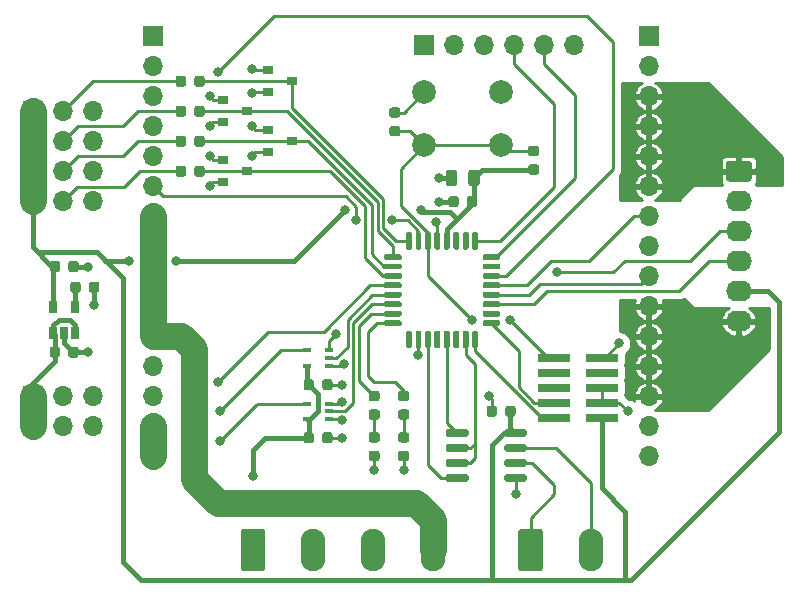
<source format=gtl>
G04 #@! TF.GenerationSoftware,KiCad,Pcbnew,5.1.6-c6e7f7d~87~ubuntu20.04.1*
G04 #@! TF.CreationDate,2020-09-30T23:59:15+01:00*
G04 #@! TF.ProjectId,motor_board,6d6f746f-725f-4626-9f61-72642e6b6963,1.0*
G04 #@! TF.SameCoordinates,PX55d4a80PY5f5e100*
G04 #@! TF.FileFunction,Copper,L1,Top*
G04 #@! TF.FilePolarity,Positive*
%FSLAX46Y46*%
G04 Gerber Fmt 4.6, Leading zero omitted, Abs format (unit mm)*
G04 Created by KiCad (PCBNEW 5.1.6-c6e7f7d~87~ubuntu20.04.1) date 2020-09-30 23:59:15*
%MOMM*%
%LPD*%
G01*
G04 APERTURE LIST*
G04 #@! TA.AperFunction,ComponentPad*
%ADD10O,1.700000X1.700000*%
G04 #@! TD*
G04 #@! TA.AperFunction,ComponentPad*
%ADD11R,1.700000X1.700000*%
G04 #@! TD*
G04 #@! TA.AperFunction,SMDPad,CuDef*
%ADD12R,0.650000X1.060000*%
G04 #@! TD*
G04 #@! TA.AperFunction,SMDPad,CuDef*
%ADD13R,0.650000X0.400000*%
G04 #@! TD*
G04 #@! TA.AperFunction,ComponentPad*
%ADD14C,2.000000*%
G04 #@! TD*
G04 #@! TA.AperFunction,ComponentPad*
%ADD15O,2.080000X3.600000*%
G04 #@! TD*
G04 #@! TA.AperFunction,SMDPad,CuDef*
%ADD16R,2.795000X0.740000*%
G04 #@! TD*
G04 #@! TA.AperFunction,ComponentPad*
%ADD17O,2.190000X1.740000*%
G04 #@! TD*
G04 #@! TA.AperFunction,SMDPad,CuDef*
%ADD18R,0.900000X0.800000*%
G04 #@! TD*
G04 #@! TA.AperFunction,ViaPad*
%ADD19C,0.800000*%
G04 #@! TD*
G04 #@! TA.AperFunction,Conductor*
%ADD20C,0.400000*%
G04 #@! TD*
G04 #@! TA.AperFunction,Conductor*
%ADD21C,2.300000*%
G04 #@! TD*
G04 #@! TA.AperFunction,Conductor*
%ADD22C,0.250000*%
G04 #@! TD*
G04 #@! TA.AperFunction,Conductor*
%ADD23C,0.254000*%
G04 #@! TD*
G04 APERTURE END LIST*
G04 #@! TA.AperFunction,SMDPad,CuDef*
G36*
G01*
X25650000Y17756250D02*
X25650000Y17243750D01*
G75*
G02*
X25431250Y17025000I-218750J0D01*
G01*
X24993750Y17025000D01*
G75*
G02*
X24775000Y17243750I0J218750D01*
G01*
X24775000Y17756250D01*
G75*
G02*
X24993750Y17975000I218750J0D01*
G01*
X25431250Y17975000D01*
G75*
G02*
X25650000Y17756250I0J-218750D01*
G01*
G37*
G04 #@! TD.AperFunction*
G04 #@! TA.AperFunction,SMDPad,CuDef*
G36*
G01*
X27225000Y17756250D02*
X27225000Y17243750D01*
G75*
G02*
X27006250Y17025000I-218750J0D01*
G01*
X26568750Y17025000D01*
G75*
G02*
X26350000Y17243750I0J218750D01*
G01*
X26350000Y17756250D01*
G75*
G02*
X26568750Y17975000I218750J0D01*
G01*
X27006250Y17975000D01*
G75*
G02*
X27225000Y17756250I0J-218750D01*
G01*
G37*
G04 #@! TD.AperFunction*
G04 #@! TA.AperFunction,SMDPad,CuDef*
G36*
G01*
X25650000Y13256250D02*
X25650000Y12743750D01*
G75*
G02*
X25431250Y12525000I-218750J0D01*
G01*
X24993750Y12525000D01*
G75*
G02*
X24775000Y12743750I0J218750D01*
G01*
X24775000Y13256250D01*
G75*
G02*
X24993750Y13475000I218750J0D01*
G01*
X25431250Y13475000D01*
G75*
G02*
X25650000Y13256250I0J-218750D01*
G01*
G37*
G04 #@! TD.AperFunction*
G04 #@! TA.AperFunction,SMDPad,CuDef*
G36*
G01*
X27225000Y13256250D02*
X27225000Y12743750D01*
G75*
G02*
X27006250Y12525000I-218750J0D01*
G01*
X26568750Y12525000D01*
G75*
G02*
X26350000Y12743750I0J218750D01*
G01*
X26350000Y13256250D01*
G75*
G02*
X26568750Y13475000I218750J0D01*
G01*
X27006250Y13475000D01*
G75*
G02*
X27225000Y13256250I0J-218750D01*
G01*
G37*
G04 #@! TD.AperFunction*
D10*
X54000000Y11440000D03*
X54000000Y13980000D03*
X54000000Y16520000D03*
X54000000Y19060000D03*
X54000000Y21600000D03*
X54000000Y24140000D03*
X54000000Y26680000D03*
X54000000Y29220000D03*
X54000000Y31760000D03*
X54000000Y34300000D03*
X54000000Y36840000D03*
X54000000Y39380000D03*
X54000000Y41920000D03*
X54000000Y44460000D03*
D11*
X54000000Y47000000D03*
D12*
X3550000Y24100000D03*
X5450000Y24100000D03*
X5450000Y21900000D03*
X4500000Y21900000D03*
X3550000Y21900000D03*
G04 #@! TA.AperFunction,SMDPad,CuDef*
G36*
G01*
X41750000Y13255000D02*
X41750000Y13555000D01*
G75*
G02*
X41900000Y13705000I150000J0D01*
G01*
X43550000Y13705000D01*
G75*
G02*
X43700000Y13555000I0J-150000D01*
G01*
X43700000Y13255000D01*
G75*
G02*
X43550000Y13105000I-150000J0D01*
G01*
X41900000Y13105000D01*
G75*
G02*
X41750000Y13255000I0J150000D01*
G01*
G37*
G04 #@! TD.AperFunction*
G04 #@! TA.AperFunction,SMDPad,CuDef*
G36*
G01*
X41750000Y11985000D02*
X41750000Y12285000D01*
G75*
G02*
X41900000Y12435000I150000J0D01*
G01*
X43550000Y12435000D01*
G75*
G02*
X43700000Y12285000I0J-150000D01*
G01*
X43700000Y11985000D01*
G75*
G02*
X43550000Y11835000I-150000J0D01*
G01*
X41900000Y11835000D01*
G75*
G02*
X41750000Y11985000I0J150000D01*
G01*
G37*
G04 #@! TD.AperFunction*
G04 #@! TA.AperFunction,SMDPad,CuDef*
G36*
G01*
X41750000Y10715000D02*
X41750000Y11015000D01*
G75*
G02*
X41900000Y11165000I150000J0D01*
G01*
X43550000Y11165000D01*
G75*
G02*
X43700000Y11015000I0J-150000D01*
G01*
X43700000Y10715000D01*
G75*
G02*
X43550000Y10565000I-150000J0D01*
G01*
X41900000Y10565000D01*
G75*
G02*
X41750000Y10715000I0J150000D01*
G01*
G37*
G04 #@! TD.AperFunction*
G04 #@! TA.AperFunction,SMDPad,CuDef*
G36*
G01*
X41750000Y9445000D02*
X41750000Y9745000D01*
G75*
G02*
X41900000Y9895000I150000J0D01*
G01*
X43550000Y9895000D01*
G75*
G02*
X43700000Y9745000I0J-150000D01*
G01*
X43700000Y9445000D01*
G75*
G02*
X43550000Y9295000I-150000J0D01*
G01*
X41900000Y9295000D01*
G75*
G02*
X41750000Y9445000I0J150000D01*
G01*
G37*
G04 #@! TD.AperFunction*
G04 #@! TA.AperFunction,SMDPad,CuDef*
G36*
G01*
X36800000Y9445000D02*
X36800000Y9745000D01*
G75*
G02*
X36950000Y9895000I150000J0D01*
G01*
X38600000Y9895000D01*
G75*
G02*
X38750000Y9745000I0J-150000D01*
G01*
X38750000Y9445000D01*
G75*
G02*
X38600000Y9295000I-150000J0D01*
G01*
X36950000Y9295000D01*
G75*
G02*
X36800000Y9445000I0J150000D01*
G01*
G37*
G04 #@! TD.AperFunction*
G04 #@! TA.AperFunction,SMDPad,CuDef*
G36*
G01*
X36800000Y10715000D02*
X36800000Y11015000D01*
G75*
G02*
X36950000Y11165000I150000J0D01*
G01*
X38600000Y11165000D01*
G75*
G02*
X38750000Y11015000I0J-150000D01*
G01*
X38750000Y10715000D01*
G75*
G02*
X38600000Y10565000I-150000J0D01*
G01*
X36950000Y10565000D01*
G75*
G02*
X36800000Y10715000I0J150000D01*
G01*
G37*
G04 #@! TD.AperFunction*
G04 #@! TA.AperFunction,SMDPad,CuDef*
G36*
G01*
X36800000Y11985000D02*
X36800000Y12285000D01*
G75*
G02*
X36950000Y12435000I150000J0D01*
G01*
X38600000Y12435000D01*
G75*
G02*
X38750000Y12285000I0J-150000D01*
G01*
X38750000Y11985000D01*
G75*
G02*
X38600000Y11835000I-150000J0D01*
G01*
X36950000Y11835000D01*
G75*
G02*
X36800000Y11985000I0J150000D01*
G01*
G37*
G04 #@! TD.AperFunction*
G04 #@! TA.AperFunction,SMDPad,CuDef*
G36*
G01*
X36800000Y13255000D02*
X36800000Y13555000D01*
G75*
G02*
X36950000Y13705000I150000J0D01*
G01*
X38600000Y13705000D01*
G75*
G02*
X38750000Y13555000I0J-150000D01*
G01*
X38750000Y13255000D01*
G75*
G02*
X38600000Y13105000I-150000J0D01*
G01*
X36950000Y13105000D01*
G75*
G02*
X36800000Y13255000I0J150000D01*
G01*
G37*
G04 #@! TD.AperFunction*
G04 #@! TA.AperFunction,SMDPad,CuDef*
G36*
G01*
X40050000Y28550000D02*
X41300000Y28550000D01*
G75*
G02*
X41425000Y28425000I0J-125000D01*
G01*
X41425000Y28175000D01*
G75*
G02*
X41300000Y28050000I-125000J0D01*
G01*
X40050000Y28050000D01*
G75*
G02*
X39925000Y28175000I0J125000D01*
G01*
X39925000Y28425000D01*
G75*
G02*
X40050000Y28550000I125000J0D01*
G01*
G37*
G04 #@! TD.AperFunction*
G04 #@! TA.AperFunction,SMDPad,CuDef*
G36*
G01*
X40050000Y27750000D02*
X41300000Y27750000D01*
G75*
G02*
X41425000Y27625000I0J-125000D01*
G01*
X41425000Y27375000D01*
G75*
G02*
X41300000Y27250000I-125000J0D01*
G01*
X40050000Y27250000D01*
G75*
G02*
X39925000Y27375000I0J125000D01*
G01*
X39925000Y27625000D01*
G75*
G02*
X40050000Y27750000I125000J0D01*
G01*
G37*
G04 #@! TD.AperFunction*
G04 #@! TA.AperFunction,SMDPad,CuDef*
G36*
G01*
X40050000Y26950000D02*
X41300000Y26950000D01*
G75*
G02*
X41425000Y26825000I0J-125000D01*
G01*
X41425000Y26575000D01*
G75*
G02*
X41300000Y26450000I-125000J0D01*
G01*
X40050000Y26450000D01*
G75*
G02*
X39925000Y26575000I0J125000D01*
G01*
X39925000Y26825000D01*
G75*
G02*
X40050000Y26950000I125000J0D01*
G01*
G37*
G04 #@! TD.AperFunction*
G04 #@! TA.AperFunction,SMDPad,CuDef*
G36*
G01*
X40050000Y26150000D02*
X41300000Y26150000D01*
G75*
G02*
X41425000Y26025000I0J-125000D01*
G01*
X41425000Y25775000D01*
G75*
G02*
X41300000Y25650000I-125000J0D01*
G01*
X40050000Y25650000D01*
G75*
G02*
X39925000Y25775000I0J125000D01*
G01*
X39925000Y26025000D01*
G75*
G02*
X40050000Y26150000I125000J0D01*
G01*
G37*
G04 #@! TD.AperFunction*
G04 #@! TA.AperFunction,SMDPad,CuDef*
G36*
G01*
X40050000Y25350000D02*
X41300000Y25350000D01*
G75*
G02*
X41425000Y25225000I0J-125000D01*
G01*
X41425000Y24975000D01*
G75*
G02*
X41300000Y24850000I-125000J0D01*
G01*
X40050000Y24850000D01*
G75*
G02*
X39925000Y24975000I0J125000D01*
G01*
X39925000Y25225000D01*
G75*
G02*
X40050000Y25350000I125000J0D01*
G01*
G37*
G04 #@! TD.AperFunction*
G04 #@! TA.AperFunction,SMDPad,CuDef*
G36*
G01*
X40050000Y24550000D02*
X41300000Y24550000D01*
G75*
G02*
X41425000Y24425000I0J-125000D01*
G01*
X41425000Y24175000D01*
G75*
G02*
X41300000Y24050000I-125000J0D01*
G01*
X40050000Y24050000D01*
G75*
G02*
X39925000Y24175000I0J125000D01*
G01*
X39925000Y24425000D01*
G75*
G02*
X40050000Y24550000I125000J0D01*
G01*
G37*
G04 #@! TD.AperFunction*
G04 #@! TA.AperFunction,SMDPad,CuDef*
G36*
G01*
X40050000Y23750000D02*
X41300000Y23750000D01*
G75*
G02*
X41425000Y23625000I0J-125000D01*
G01*
X41425000Y23375000D01*
G75*
G02*
X41300000Y23250000I-125000J0D01*
G01*
X40050000Y23250000D01*
G75*
G02*
X39925000Y23375000I0J125000D01*
G01*
X39925000Y23625000D01*
G75*
G02*
X40050000Y23750000I125000J0D01*
G01*
G37*
G04 #@! TD.AperFunction*
G04 #@! TA.AperFunction,SMDPad,CuDef*
G36*
G01*
X40050000Y22950000D02*
X41300000Y22950000D01*
G75*
G02*
X41425000Y22825000I0J-125000D01*
G01*
X41425000Y22575000D01*
G75*
G02*
X41300000Y22450000I-125000J0D01*
G01*
X40050000Y22450000D01*
G75*
G02*
X39925000Y22575000I0J125000D01*
G01*
X39925000Y22825000D01*
G75*
G02*
X40050000Y22950000I125000J0D01*
G01*
G37*
G04 #@! TD.AperFunction*
G04 #@! TA.AperFunction,SMDPad,CuDef*
G36*
G01*
X39175000Y22075000D02*
X39425000Y22075000D01*
G75*
G02*
X39550000Y21950000I0J-125000D01*
G01*
X39550000Y20700000D01*
G75*
G02*
X39425000Y20575000I-125000J0D01*
G01*
X39175000Y20575000D01*
G75*
G02*
X39050000Y20700000I0J125000D01*
G01*
X39050000Y21950000D01*
G75*
G02*
X39175000Y22075000I125000J0D01*
G01*
G37*
G04 #@! TD.AperFunction*
G04 #@! TA.AperFunction,SMDPad,CuDef*
G36*
G01*
X38375000Y22075000D02*
X38625000Y22075000D01*
G75*
G02*
X38750000Y21950000I0J-125000D01*
G01*
X38750000Y20700000D01*
G75*
G02*
X38625000Y20575000I-125000J0D01*
G01*
X38375000Y20575000D01*
G75*
G02*
X38250000Y20700000I0J125000D01*
G01*
X38250000Y21950000D01*
G75*
G02*
X38375000Y22075000I125000J0D01*
G01*
G37*
G04 #@! TD.AperFunction*
G04 #@! TA.AperFunction,SMDPad,CuDef*
G36*
G01*
X37575000Y22075000D02*
X37825000Y22075000D01*
G75*
G02*
X37950000Y21950000I0J-125000D01*
G01*
X37950000Y20700000D01*
G75*
G02*
X37825000Y20575000I-125000J0D01*
G01*
X37575000Y20575000D01*
G75*
G02*
X37450000Y20700000I0J125000D01*
G01*
X37450000Y21950000D01*
G75*
G02*
X37575000Y22075000I125000J0D01*
G01*
G37*
G04 #@! TD.AperFunction*
G04 #@! TA.AperFunction,SMDPad,CuDef*
G36*
G01*
X36775000Y22075000D02*
X37025000Y22075000D01*
G75*
G02*
X37150000Y21950000I0J-125000D01*
G01*
X37150000Y20700000D01*
G75*
G02*
X37025000Y20575000I-125000J0D01*
G01*
X36775000Y20575000D01*
G75*
G02*
X36650000Y20700000I0J125000D01*
G01*
X36650000Y21950000D01*
G75*
G02*
X36775000Y22075000I125000J0D01*
G01*
G37*
G04 #@! TD.AperFunction*
G04 #@! TA.AperFunction,SMDPad,CuDef*
G36*
G01*
X35975000Y22075000D02*
X36225000Y22075000D01*
G75*
G02*
X36350000Y21950000I0J-125000D01*
G01*
X36350000Y20700000D01*
G75*
G02*
X36225000Y20575000I-125000J0D01*
G01*
X35975000Y20575000D01*
G75*
G02*
X35850000Y20700000I0J125000D01*
G01*
X35850000Y21950000D01*
G75*
G02*
X35975000Y22075000I125000J0D01*
G01*
G37*
G04 #@! TD.AperFunction*
G04 #@! TA.AperFunction,SMDPad,CuDef*
G36*
G01*
X35175000Y22075000D02*
X35425000Y22075000D01*
G75*
G02*
X35550000Y21950000I0J-125000D01*
G01*
X35550000Y20700000D01*
G75*
G02*
X35425000Y20575000I-125000J0D01*
G01*
X35175000Y20575000D01*
G75*
G02*
X35050000Y20700000I0J125000D01*
G01*
X35050000Y21950000D01*
G75*
G02*
X35175000Y22075000I125000J0D01*
G01*
G37*
G04 #@! TD.AperFunction*
G04 #@! TA.AperFunction,SMDPad,CuDef*
G36*
G01*
X34375000Y22075000D02*
X34625000Y22075000D01*
G75*
G02*
X34750000Y21950000I0J-125000D01*
G01*
X34750000Y20700000D01*
G75*
G02*
X34625000Y20575000I-125000J0D01*
G01*
X34375000Y20575000D01*
G75*
G02*
X34250000Y20700000I0J125000D01*
G01*
X34250000Y21950000D01*
G75*
G02*
X34375000Y22075000I125000J0D01*
G01*
G37*
G04 #@! TD.AperFunction*
G04 #@! TA.AperFunction,SMDPad,CuDef*
G36*
G01*
X33575000Y22075000D02*
X33825000Y22075000D01*
G75*
G02*
X33950000Y21950000I0J-125000D01*
G01*
X33950000Y20700000D01*
G75*
G02*
X33825000Y20575000I-125000J0D01*
G01*
X33575000Y20575000D01*
G75*
G02*
X33450000Y20700000I0J125000D01*
G01*
X33450000Y21950000D01*
G75*
G02*
X33575000Y22075000I125000J0D01*
G01*
G37*
G04 #@! TD.AperFunction*
G04 #@! TA.AperFunction,SMDPad,CuDef*
G36*
G01*
X31700000Y22950000D02*
X32950000Y22950000D01*
G75*
G02*
X33075000Y22825000I0J-125000D01*
G01*
X33075000Y22575000D01*
G75*
G02*
X32950000Y22450000I-125000J0D01*
G01*
X31700000Y22450000D01*
G75*
G02*
X31575000Y22575000I0J125000D01*
G01*
X31575000Y22825000D01*
G75*
G02*
X31700000Y22950000I125000J0D01*
G01*
G37*
G04 #@! TD.AperFunction*
G04 #@! TA.AperFunction,SMDPad,CuDef*
G36*
G01*
X31700000Y23750000D02*
X32950000Y23750000D01*
G75*
G02*
X33075000Y23625000I0J-125000D01*
G01*
X33075000Y23375000D01*
G75*
G02*
X32950000Y23250000I-125000J0D01*
G01*
X31700000Y23250000D01*
G75*
G02*
X31575000Y23375000I0J125000D01*
G01*
X31575000Y23625000D01*
G75*
G02*
X31700000Y23750000I125000J0D01*
G01*
G37*
G04 #@! TD.AperFunction*
G04 #@! TA.AperFunction,SMDPad,CuDef*
G36*
G01*
X31700000Y24550000D02*
X32950000Y24550000D01*
G75*
G02*
X33075000Y24425000I0J-125000D01*
G01*
X33075000Y24175000D01*
G75*
G02*
X32950000Y24050000I-125000J0D01*
G01*
X31700000Y24050000D01*
G75*
G02*
X31575000Y24175000I0J125000D01*
G01*
X31575000Y24425000D01*
G75*
G02*
X31700000Y24550000I125000J0D01*
G01*
G37*
G04 #@! TD.AperFunction*
G04 #@! TA.AperFunction,SMDPad,CuDef*
G36*
G01*
X31700000Y25350000D02*
X32950000Y25350000D01*
G75*
G02*
X33075000Y25225000I0J-125000D01*
G01*
X33075000Y24975000D01*
G75*
G02*
X32950000Y24850000I-125000J0D01*
G01*
X31700000Y24850000D01*
G75*
G02*
X31575000Y24975000I0J125000D01*
G01*
X31575000Y25225000D01*
G75*
G02*
X31700000Y25350000I125000J0D01*
G01*
G37*
G04 #@! TD.AperFunction*
G04 #@! TA.AperFunction,SMDPad,CuDef*
G36*
G01*
X31700000Y26150000D02*
X32950000Y26150000D01*
G75*
G02*
X33075000Y26025000I0J-125000D01*
G01*
X33075000Y25775000D01*
G75*
G02*
X32950000Y25650000I-125000J0D01*
G01*
X31700000Y25650000D01*
G75*
G02*
X31575000Y25775000I0J125000D01*
G01*
X31575000Y26025000D01*
G75*
G02*
X31700000Y26150000I125000J0D01*
G01*
G37*
G04 #@! TD.AperFunction*
G04 #@! TA.AperFunction,SMDPad,CuDef*
G36*
G01*
X31700000Y26950000D02*
X32950000Y26950000D01*
G75*
G02*
X33075000Y26825000I0J-125000D01*
G01*
X33075000Y26575000D01*
G75*
G02*
X32950000Y26450000I-125000J0D01*
G01*
X31700000Y26450000D01*
G75*
G02*
X31575000Y26575000I0J125000D01*
G01*
X31575000Y26825000D01*
G75*
G02*
X31700000Y26950000I125000J0D01*
G01*
G37*
G04 #@! TD.AperFunction*
G04 #@! TA.AperFunction,SMDPad,CuDef*
G36*
G01*
X31700000Y27750000D02*
X32950000Y27750000D01*
G75*
G02*
X33075000Y27625000I0J-125000D01*
G01*
X33075000Y27375000D01*
G75*
G02*
X32950000Y27250000I-125000J0D01*
G01*
X31700000Y27250000D01*
G75*
G02*
X31575000Y27375000I0J125000D01*
G01*
X31575000Y27625000D01*
G75*
G02*
X31700000Y27750000I125000J0D01*
G01*
G37*
G04 #@! TD.AperFunction*
G04 #@! TA.AperFunction,SMDPad,CuDef*
G36*
G01*
X31700000Y28550000D02*
X32950000Y28550000D01*
G75*
G02*
X33075000Y28425000I0J-125000D01*
G01*
X33075000Y28175000D01*
G75*
G02*
X32950000Y28050000I-125000J0D01*
G01*
X31700000Y28050000D01*
G75*
G02*
X31575000Y28175000I0J125000D01*
G01*
X31575000Y28425000D01*
G75*
G02*
X31700000Y28550000I125000J0D01*
G01*
G37*
G04 #@! TD.AperFunction*
G04 #@! TA.AperFunction,SMDPad,CuDef*
G36*
G01*
X33575000Y30425000D02*
X33825000Y30425000D01*
G75*
G02*
X33950000Y30300000I0J-125000D01*
G01*
X33950000Y29050000D01*
G75*
G02*
X33825000Y28925000I-125000J0D01*
G01*
X33575000Y28925000D01*
G75*
G02*
X33450000Y29050000I0J125000D01*
G01*
X33450000Y30300000D01*
G75*
G02*
X33575000Y30425000I125000J0D01*
G01*
G37*
G04 #@! TD.AperFunction*
G04 #@! TA.AperFunction,SMDPad,CuDef*
G36*
G01*
X34375000Y30425000D02*
X34625000Y30425000D01*
G75*
G02*
X34750000Y30300000I0J-125000D01*
G01*
X34750000Y29050000D01*
G75*
G02*
X34625000Y28925000I-125000J0D01*
G01*
X34375000Y28925000D01*
G75*
G02*
X34250000Y29050000I0J125000D01*
G01*
X34250000Y30300000D01*
G75*
G02*
X34375000Y30425000I125000J0D01*
G01*
G37*
G04 #@! TD.AperFunction*
G04 #@! TA.AperFunction,SMDPad,CuDef*
G36*
G01*
X35175000Y30425000D02*
X35425000Y30425000D01*
G75*
G02*
X35550000Y30300000I0J-125000D01*
G01*
X35550000Y29050000D01*
G75*
G02*
X35425000Y28925000I-125000J0D01*
G01*
X35175000Y28925000D01*
G75*
G02*
X35050000Y29050000I0J125000D01*
G01*
X35050000Y30300000D01*
G75*
G02*
X35175000Y30425000I125000J0D01*
G01*
G37*
G04 #@! TD.AperFunction*
G04 #@! TA.AperFunction,SMDPad,CuDef*
G36*
G01*
X35975000Y30425000D02*
X36225000Y30425000D01*
G75*
G02*
X36350000Y30300000I0J-125000D01*
G01*
X36350000Y29050000D01*
G75*
G02*
X36225000Y28925000I-125000J0D01*
G01*
X35975000Y28925000D01*
G75*
G02*
X35850000Y29050000I0J125000D01*
G01*
X35850000Y30300000D01*
G75*
G02*
X35975000Y30425000I125000J0D01*
G01*
G37*
G04 #@! TD.AperFunction*
G04 #@! TA.AperFunction,SMDPad,CuDef*
G36*
G01*
X36775000Y30425000D02*
X37025000Y30425000D01*
G75*
G02*
X37150000Y30300000I0J-125000D01*
G01*
X37150000Y29050000D01*
G75*
G02*
X37025000Y28925000I-125000J0D01*
G01*
X36775000Y28925000D01*
G75*
G02*
X36650000Y29050000I0J125000D01*
G01*
X36650000Y30300000D01*
G75*
G02*
X36775000Y30425000I125000J0D01*
G01*
G37*
G04 #@! TD.AperFunction*
G04 #@! TA.AperFunction,SMDPad,CuDef*
G36*
G01*
X37575000Y30425000D02*
X37825000Y30425000D01*
G75*
G02*
X37950000Y30300000I0J-125000D01*
G01*
X37950000Y29050000D01*
G75*
G02*
X37825000Y28925000I-125000J0D01*
G01*
X37575000Y28925000D01*
G75*
G02*
X37450000Y29050000I0J125000D01*
G01*
X37450000Y30300000D01*
G75*
G02*
X37575000Y30425000I125000J0D01*
G01*
G37*
G04 #@! TD.AperFunction*
G04 #@! TA.AperFunction,SMDPad,CuDef*
G36*
G01*
X38375000Y30425000D02*
X38625000Y30425000D01*
G75*
G02*
X38750000Y30300000I0J-125000D01*
G01*
X38750000Y29050000D01*
G75*
G02*
X38625000Y28925000I-125000J0D01*
G01*
X38375000Y28925000D01*
G75*
G02*
X38250000Y29050000I0J125000D01*
G01*
X38250000Y30300000D01*
G75*
G02*
X38375000Y30425000I125000J0D01*
G01*
G37*
G04 #@! TD.AperFunction*
G04 #@! TA.AperFunction,SMDPad,CuDef*
G36*
G01*
X39175000Y30425000D02*
X39425000Y30425000D01*
G75*
G02*
X39550000Y30300000I0J-125000D01*
G01*
X39550000Y29050000D01*
G75*
G02*
X39425000Y28925000I-125000J0D01*
G01*
X39175000Y28925000D01*
G75*
G02*
X39050000Y29050000I0J125000D01*
G01*
X39050000Y30300000D01*
G75*
G02*
X39175000Y30425000I125000J0D01*
G01*
G37*
G04 #@! TD.AperFunction*
D13*
X25050000Y14600000D03*
X25050000Y15900000D03*
X26950000Y15250000D03*
X26950000Y15900000D03*
X26950000Y14600000D03*
X25050000Y19100000D03*
X25050000Y20400000D03*
X26950000Y19750000D03*
X26950000Y20400000D03*
X26950000Y19100000D03*
D14*
X35000000Y37750000D03*
X35000000Y42250000D03*
X41500000Y37750000D03*
X41500000Y42250000D03*
G04 #@! TA.AperFunction,SMDPad,CuDef*
G36*
G01*
X44506250Y36850000D02*
X43993750Y36850000D01*
G75*
G02*
X43775000Y37068750I0J218750D01*
G01*
X43775000Y37506250D01*
G75*
G02*
X43993750Y37725000I218750J0D01*
G01*
X44506250Y37725000D01*
G75*
G02*
X44725000Y37506250I0J-218750D01*
G01*
X44725000Y37068750D01*
G75*
G02*
X44506250Y36850000I-218750J0D01*
G01*
G37*
G04 #@! TD.AperFunction*
G04 #@! TA.AperFunction,SMDPad,CuDef*
G36*
G01*
X44506250Y35275000D02*
X43993750Y35275000D01*
G75*
G02*
X43775000Y35493750I0J218750D01*
G01*
X43775000Y35931250D01*
G75*
G02*
X43993750Y36150000I218750J0D01*
G01*
X44506250Y36150000D01*
G75*
G02*
X44725000Y35931250I0J-218750D01*
G01*
X44725000Y35493750D01*
G75*
G02*
X44506250Y35275000I-218750J0D01*
G01*
G37*
G04 #@! TD.AperFunction*
G04 #@! TA.AperFunction,SMDPad,CuDef*
G36*
G01*
X33506250Y16100000D02*
X32993750Y16100000D01*
G75*
G02*
X32775000Y16318750I0J218750D01*
G01*
X32775000Y16756250D01*
G75*
G02*
X32993750Y16975000I218750J0D01*
G01*
X33506250Y16975000D01*
G75*
G02*
X33725000Y16756250I0J-218750D01*
G01*
X33725000Y16318750D01*
G75*
G02*
X33506250Y16100000I-218750J0D01*
G01*
G37*
G04 #@! TD.AperFunction*
G04 #@! TA.AperFunction,SMDPad,CuDef*
G36*
G01*
X33506250Y14525000D02*
X32993750Y14525000D01*
G75*
G02*
X32775000Y14743750I0J218750D01*
G01*
X32775000Y15181250D01*
G75*
G02*
X32993750Y15400000I218750J0D01*
G01*
X33506250Y15400000D01*
G75*
G02*
X33725000Y15181250I0J-218750D01*
G01*
X33725000Y14743750D01*
G75*
G02*
X33506250Y14525000I-218750J0D01*
G01*
G37*
G04 #@! TD.AperFunction*
G04 #@! TA.AperFunction,SMDPad,CuDef*
G36*
G01*
X31006250Y16100000D02*
X30493750Y16100000D01*
G75*
G02*
X30275000Y16318750I0J218750D01*
G01*
X30275000Y16756250D01*
G75*
G02*
X30493750Y16975000I218750J0D01*
G01*
X31006250Y16975000D01*
G75*
G02*
X31225000Y16756250I0J-218750D01*
G01*
X31225000Y16318750D01*
G75*
G02*
X31006250Y16100000I-218750J0D01*
G01*
G37*
G04 #@! TD.AperFunction*
G04 #@! TA.AperFunction,SMDPad,CuDef*
G36*
G01*
X31006250Y14525000D02*
X30493750Y14525000D01*
G75*
G02*
X30275000Y14743750I0J218750D01*
G01*
X30275000Y15181250D01*
G75*
G02*
X30493750Y15400000I218750J0D01*
G01*
X31006250Y15400000D01*
G75*
G02*
X31225000Y15181250I0J-218750D01*
G01*
X31225000Y14743750D01*
G75*
G02*
X31006250Y14525000I-218750J0D01*
G01*
G37*
G04 #@! TD.AperFunction*
G04 #@! TA.AperFunction,SMDPad,CuDef*
G36*
G01*
X14825000Y35826250D02*
X14825000Y35313750D01*
G75*
G02*
X14606250Y35095000I-218750J0D01*
G01*
X14168750Y35095000D01*
G75*
G02*
X13950000Y35313750I0J218750D01*
G01*
X13950000Y35826250D01*
G75*
G02*
X14168750Y36045000I218750J0D01*
G01*
X14606250Y36045000D01*
G75*
G02*
X14825000Y35826250I0J-218750D01*
G01*
G37*
G04 #@! TD.AperFunction*
G04 #@! TA.AperFunction,SMDPad,CuDef*
G36*
G01*
X16400000Y35826250D02*
X16400000Y35313750D01*
G75*
G02*
X16181250Y35095000I-218750J0D01*
G01*
X15743750Y35095000D01*
G75*
G02*
X15525000Y35313750I0J218750D01*
G01*
X15525000Y35826250D01*
G75*
G02*
X15743750Y36045000I218750J0D01*
G01*
X16181250Y36045000D01*
G75*
G02*
X16400000Y35826250I0J-218750D01*
G01*
G37*
G04 #@! TD.AperFunction*
G04 #@! TA.AperFunction,SMDPad,CuDef*
G36*
G01*
X14825000Y38366250D02*
X14825000Y37853750D01*
G75*
G02*
X14606250Y37635000I-218750J0D01*
G01*
X14168750Y37635000D01*
G75*
G02*
X13950000Y37853750I0J218750D01*
G01*
X13950000Y38366250D01*
G75*
G02*
X14168750Y38585000I218750J0D01*
G01*
X14606250Y38585000D01*
G75*
G02*
X14825000Y38366250I0J-218750D01*
G01*
G37*
G04 #@! TD.AperFunction*
G04 #@! TA.AperFunction,SMDPad,CuDef*
G36*
G01*
X16400000Y38366250D02*
X16400000Y37853750D01*
G75*
G02*
X16181250Y37635000I-218750J0D01*
G01*
X15743750Y37635000D01*
G75*
G02*
X15525000Y37853750I0J218750D01*
G01*
X15525000Y38366250D01*
G75*
G02*
X15743750Y38585000I218750J0D01*
G01*
X16181250Y38585000D01*
G75*
G02*
X16400000Y38366250I0J-218750D01*
G01*
G37*
G04 #@! TD.AperFunction*
G04 #@! TA.AperFunction,SMDPad,CuDef*
G36*
G01*
X14825000Y40906250D02*
X14825000Y40393750D01*
G75*
G02*
X14606250Y40175000I-218750J0D01*
G01*
X14168750Y40175000D01*
G75*
G02*
X13950000Y40393750I0J218750D01*
G01*
X13950000Y40906250D01*
G75*
G02*
X14168750Y41125000I218750J0D01*
G01*
X14606250Y41125000D01*
G75*
G02*
X14825000Y40906250I0J-218750D01*
G01*
G37*
G04 #@! TD.AperFunction*
G04 #@! TA.AperFunction,SMDPad,CuDef*
G36*
G01*
X16400000Y40906250D02*
X16400000Y40393750D01*
G75*
G02*
X16181250Y40175000I-218750J0D01*
G01*
X15743750Y40175000D01*
G75*
G02*
X15525000Y40393750I0J218750D01*
G01*
X15525000Y40906250D01*
G75*
G02*
X15743750Y41125000I218750J0D01*
G01*
X16181250Y41125000D01*
G75*
G02*
X16400000Y40906250I0J-218750D01*
G01*
G37*
G04 #@! TD.AperFunction*
G04 #@! TA.AperFunction,SMDPad,CuDef*
G36*
G01*
X14825000Y43446250D02*
X14825000Y42933750D01*
G75*
G02*
X14606250Y42715000I-218750J0D01*
G01*
X14168750Y42715000D01*
G75*
G02*
X13950000Y42933750I0J218750D01*
G01*
X13950000Y43446250D01*
G75*
G02*
X14168750Y43665000I218750J0D01*
G01*
X14606250Y43665000D01*
G75*
G02*
X14825000Y43446250I0J-218750D01*
G01*
G37*
G04 #@! TD.AperFunction*
G04 #@! TA.AperFunction,SMDPad,CuDef*
G36*
G01*
X16400000Y43446250D02*
X16400000Y42933750D01*
G75*
G02*
X16181250Y42715000I-218750J0D01*
G01*
X15743750Y42715000D01*
G75*
G02*
X15525000Y42933750I0J218750D01*
G01*
X15525000Y43446250D01*
G75*
G02*
X15743750Y43665000I218750J0D01*
G01*
X16181250Y43665000D01*
G75*
G02*
X16400000Y43446250I0J-218750D01*
G01*
G37*
G04 #@! TD.AperFunction*
D15*
X49080000Y3500000D03*
G04 #@! TA.AperFunction,ComponentPad*
G36*
G01*
X42960000Y1949999D02*
X42960000Y5050001D01*
G75*
G02*
X43209999Y5300000I249999J0D01*
G01*
X44790001Y5300000D01*
G75*
G02*
X45040000Y5050001I0J-249999D01*
G01*
X45040000Y1949999D01*
G75*
G02*
X44790001Y1700000I-249999J0D01*
G01*
X43209999Y1700000D01*
G75*
G02*
X42960000Y1949999I0J249999D01*
G01*
G37*
G04 #@! TD.AperFunction*
D10*
X47650000Y46250000D03*
X45110000Y46250000D03*
X42570000Y46250000D03*
X40030000Y46250000D03*
X37490000Y46250000D03*
D11*
X34950000Y46250000D03*
D10*
X6920000Y13980000D03*
X4380000Y13980000D03*
D11*
X1840000Y13980000D03*
D10*
X6920000Y16520000D03*
X4380000Y16520000D03*
D11*
X1840000Y16520000D03*
D15*
X35740000Y3500000D03*
X30660000Y3500000D03*
X25580000Y3500000D03*
G04 #@! TA.AperFunction,ComponentPad*
G36*
G01*
X19460000Y1949999D02*
X19460000Y5050001D01*
G75*
G02*
X19709999Y5300000I249999J0D01*
G01*
X21290001Y5300000D01*
G75*
G02*
X21540000Y5050001I0J-249999D01*
G01*
X21540000Y1949999D01*
G75*
G02*
X21290001Y1700000I-249999J0D01*
G01*
X19709999Y1700000D01*
G75*
G02*
X19460000Y1949999I0J249999D01*
G01*
G37*
G04 #@! TD.AperFunction*
D10*
X12000000Y11440000D03*
X12000000Y13980000D03*
X12000000Y16520000D03*
X12000000Y19060000D03*
X12000000Y21600000D03*
X12000000Y24140000D03*
X12000000Y26680000D03*
X12000000Y29220000D03*
X12000000Y31760000D03*
X12000000Y34300000D03*
X12000000Y36840000D03*
X12000000Y39380000D03*
X12000000Y41920000D03*
X12000000Y44460000D03*
D11*
X12000000Y47000000D03*
D16*
X45968000Y19790000D03*
X50032000Y19790000D03*
X45968000Y18520000D03*
X50032000Y18520000D03*
X45968000Y17250000D03*
X50032000Y17250000D03*
X45968000Y15980000D03*
X50032000Y15980000D03*
X45968000Y14710000D03*
X50032000Y14710000D03*
D10*
X6920000Y33030000D03*
X4380000Y33030000D03*
D11*
X1840000Y33030000D03*
D10*
X6920000Y35570000D03*
X4380000Y35570000D03*
D11*
X1840000Y35570000D03*
D17*
X61620000Y22870000D03*
X61620000Y25410000D03*
X61620000Y27950000D03*
X61620000Y30490000D03*
X61620000Y33030000D03*
G04 #@! TA.AperFunction,ComponentPad*
G36*
G01*
X60774999Y36440000D02*
X62465001Y36440000D01*
G75*
G02*
X62715000Y36190001I0J-249999D01*
G01*
X62715000Y34949999D01*
G75*
G02*
X62465001Y34700000I-249999J0D01*
G01*
X60774999Y34700000D01*
G75*
G02*
X60525000Y34949999I0J249999D01*
G01*
X60525000Y36190001D01*
G75*
G02*
X60774999Y36440000I249999J0D01*
G01*
G37*
G04 #@! TD.AperFunction*
D10*
X6920000Y38110000D03*
X4380000Y38110000D03*
D11*
X1840000Y38110000D03*
D10*
X6920000Y40650000D03*
X4380000Y40650000D03*
D11*
X1840000Y40650000D03*
G04 #@! TA.AperFunction,SMDPad,CuDef*
G36*
G01*
X33506250Y12600000D02*
X32993750Y12600000D01*
G75*
G02*
X32775000Y12818750I0J218750D01*
G01*
X32775000Y13256250D01*
G75*
G02*
X32993750Y13475000I218750J0D01*
G01*
X33506250Y13475000D01*
G75*
G02*
X33725000Y13256250I0J-218750D01*
G01*
X33725000Y12818750D01*
G75*
G02*
X33506250Y12600000I-218750J0D01*
G01*
G37*
G04 #@! TD.AperFunction*
G04 #@! TA.AperFunction,SMDPad,CuDef*
G36*
G01*
X33506250Y11025000D02*
X32993750Y11025000D01*
G75*
G02*
X32775000Y11243750I0J218750D01*
G01*
X32775000Y11681250D01*
G75*
G02*
X32993750Y11900000I218750J0D01*
G01*
X33506250Y11900000D01*
G75*
G02*
X33725000Y11681250I0J-218750D01*
G01*
X33725000Y11243750D01*
G75*
G02*
X33506250Y11025000I-218750J0D01*
G01*
G37*
G04 #@! TD.AperFunction*
G04 #@! TA.AperFunction,SMDPad,CuDef*
G36*
G01*
X31006250Y12600000D02*
X30493750Y12600000D01*
G75*
G02*
X30275000Y12818750I0J218750D01*
G01*
X30275000Y13256250D01*
G75*
G02*
X30493750Y13475000I218750J0D01*
G01*
X31006250Y13475000D01*
G75*
G02*
X31225000Y13256250I0J-218750D01*
G01*
X31225000Y12818750D01*
G75*
G02*
X31006250Y12600000I-218750J0D01*
G01*
G37*
G04 #@! TD.AperFunction*
G04 #@! TA.AperFunction,SMDPad,CuDef*
G36*
G01*
X31006250Y11025000D02*
X30493750Y11025000D01*
G75*
G02*
X30275000Y11243750I0J218750D01*
G01*
X30275000Y11681250D01*
G75*
G02*
X30493750Y11900000I218750J0D01*
G01*
X31006250Y11900000D01*
G75*
G02*
X31225000Y11681250I0J-218750D01*
G01*
X31225000Y11243750D01*
G75*
G02*
X31006250Y11025000I-218750J0D01*
G01*
G37*
G04 #@! TD.AperFunction*
D18*
X19985000Y35570000D03*
X17985000Y34620000D03*
X17985000Y36520000D03*
X23795000Y38110000D03*
X21795000Y37160000D03*
X21795000Y39060000D03*
X19985000Y40650000D03*
X17985000Y39700000D03*
X17985000Y41600000D03*
X23795000Y43190000D03*
X21795000Y42240000D03*
X21795000Y44140000D03*
G04 #@! TA.AperFunction,SMDPad,CuDef*
G36*
G01*
X4850000Y27243750D02*
X4850000Y27756250D01*
G75*
G02*
X5068750Y27975000I218750J0D01*
G01*
X5506250Y27975000D01*
G75*
G02*
X5725000Y27756250I0J-218750D01*
G01*
X5725000Y27243750D01*
G75*
G02*
X5506250Y27025000I-218750J0D01*
G01*
X5068750Y27025000D01*
G75*
G02*
X4850000Y27243750I0J218750D01*
G01*
G37*
G04 #@! TD.AperFunction*
G04 #@! TA.AperFunction,SMDPad,CuDef*
G36*
G01*
X3275000Y27243750D02*
X3275000Y27756250D01*
G75*
G02*
X3493750Y27975000I218750J0D01*
G01*
X3931250Y27975000D01*
G75*
G02*
X4150000Y27756250I0J-218750D01*
G01*
X4150000Y27243750D01*
G75*
G02*
X3931250Y27025000I-218750J0D01*
G01*
X3493750Y27025000D01*
G75*
G02*
X3275000Y27243750I0J218750D01*
G01*
G37*
G04 #@! TD.AperFunction*
G04 #@! TA.AperFunction,SMDPad,CuDef*
G36*
G01*
X6600000Y25493750D02*
X6600000Y26006250D01*
G75*
G02*
X6818750Y26225000I218750J0D01*
G01*
X7256250Y26225000D01*
G75*
G02*
X7475000Y26006250I0J-218750D01*
G01*
X7475000Y25493750D01*
G75*
G02*
X7256250Y25275000I-218750J0D01*
G01*
X6818750Y25275000D01*
G75*
G02*
X6600000Y25493750I0J218750D01*
G01*
G37*
G04 #@! TD.AperFunction*
G04 #@! TA.AperFunction,SMDPad,CuDef*
G36*
G01*
X5025000Y25493750D02*
X5025000Y26006250D01*
G75*
G02*
X5243750Y26225000I218750J0D01*
G01*
X5681250Y26225000D01*
G75*
G02*
X5900000Y26006250I0J-218750D01*
G01*
X5900000Y25493750D01*
G75*
G02*
X5681250Y25275000I-218750J0D01*
G01*
X5243750Y25275000D01*
G75*
G02*
X5025000Y25493750I0J218750D01*
G01*
G37*
G04 #@! TD.AperFunction*
G04 #@! TA.AperFunction,SMDPad,CuDef*
G36*
G01*
X4850000Y19993750D02*
X4850000Y20506250D01*
G75*
G02*
X5068750Y20725000I218750J0D01*
G01*
X5506250Y20725000D01*
G75*
G02*
X5725000Y20506250I0J-218750D01*
G01*
X5725000Y19993750D01*
G75*
G02*
X5506250Y19775000I-218750J0D01*
G01*
X5068750Y19775000D01*
G75*
G02*
X4850000Y19993750I0J218750D01*
G01*
G37*
G04 #@! TD.AperFunction*
G04 #@! TA.AperFunction,SMDPad,CuDef*
G36*
G01*
X3275000Y19993750D02*
X3275000Y20506250D01*
G75*
G02*
X3493750Y20725000I218750J0D01*
G01*
X3931250Y20725000D01*
G75*
G02*
X4150000Y20506250I0J-218750D01*
G01*
X4150000Y19993750D01*
G75*
G02*
X3931250Y19775000I-218750J0D01*
G01*
X3493750Y19775000D01*
G75*
G02*
X3275000Y19993750I0J218750D01*
G01*
G37*
G04 #@! TD.AperFunction*
G04 #@! TA.AperFunction,SMDPad,CuDef*
G36*
G01*
X41850000Y14993750D02*
X41850000Y15506250D01*
G75*
G02*
X42068750Y15725000I218750J0D01*
G01*
X42506250Y15725000D01*
G75*
G02*
X42725000Y15506250I0J-218750D01*
G01*
X42725000Y14993750D01*
G75*
G02*
X42506250Y14775000I-218750J0D01*
G01*
X42068750Y14775000D01*
G75*
G02*
X41850000Y14993750I0J218750D01*
G01*
G37*
G04 #@! TD.AperFunction*
G04 #@! TA.AperFunction,SMDPad,CuDef*
G36*
G01*
X40275000Y14993750D02*
X40275000Y15506250D01*
G75*
G02*
X40493750Y15725000I218750J0D01*
G01*
X40931250Y15725000D01*
G75*
G02*
X41150000Y15506250I0J-218750D01*
G01*
X41150000Y14993750D01*
G75*
G02*
X40931250Y14775000I-218750J0D01*
G01*
X40493750Y14775000D01*
G75*
G02*
X40275000Y14993750I0J218750D01*
G01*
G37*
G04 #@! TD.AperFunction*
G04 #@! TA.AperFunction,SMDPad,CuDef*
G36*
G01*
X32756250Y40100000D02*
X32243750Y40100000D01*
G75*
G02*
X32025000Y40318750I0J218750D01*
G01*
X32025000Y40756250D01*
G75*
G02*
X32243750Y40975000I218750J0D01*
G01*
X32756250Y40975000D01*
G75*
G02*
X32975000Y40756250I0J-218750D01*
G01*
X32975000Y40318750D01*
G75*
G02*
X32756250Y40100000I-218750J0D01*
G01*
G37*
G04 #@! TD.AperFunction*
G04 #@! TA.AperFunction,SMDPad,CuDef*
G36*
G01*
X32756250Y38525000D02*
X32243750Y38525000D01*
G75*
G02*
X32025000Y38743750I0J218750D01*
G01*
X32025000Y39181250D01*
G75*
G02*
X32243750Y39400000I218750J0D01*
G01*
X32756250Y39400000D01*
G75*
G02*
X32975000Y39181250I0J-218750D01*
G01*
X32975000Y38743750D01*
G75*
G02*
X32756250Y38525000I-218750J0D01*
G01*
G37*
G04 #@! TD.AperFunction*
G04 #@! TA.AperFunction,SMDPad,CuDef*
G36*
G01*
X38600000Y32743750D02*
X38600000Y33256250D01*
G75*
G02*
X38818750Y33475000I218750J0D01*
G01*
X39256250Y33475000D01*
G75*
G02*
X39475000Y33256250I0J-218750D01*
G01*
X39475000Y32743750D01*
G75*
G02*
X39256250Y32525000I-218750J0D01*
G01*
X38818750Y32525000D01*
G75*
G02*
X38600000Y32743750I0J218750D01*
G01*
G37*
G04 #@! TD.AperFunction*
G04 #@! TA.AperFunction,SMDPad,CuDef*
G36*
G01*
X37025000Y32743750D02*
X37025000Y33256250D01*
G75*
G02*
X37243750Y33475000I218750J0D01*
G01*
X37681250Y33475000D01*
G75*
G02*
X37900000Y33256250I0J-218750D01*
G01*
X37900000Y32743750D01*
G75*
G02*
X37681250Y32525000I-218750J0D01*
G01*
X37243750Y32525000D01*
G75*
G02*
X37025000Y32743750I0J218750D01*
G01*
G37*
G04 #@! TD.AperFunction*
G04 #@! TA.AperFunction,SMDPad,CuDef*
G36*
G01*
X38700000Y34543750D02*
X38700000Y35456250D01*
G75*
G02*
X38943750Y35700000I243750J0D01*
G01*
X39431250Y35700000D01*
G75*
G02*
X39675000Y35456250I0J-243750D01*
G01*
X39675000Y34543750D01*
G75*
G02*
X39431250Y34300000I-243750J0D01*
G01*
X38943750Y34300000D01*
G75*
G02*
X38700000Y34543750I0J243750D01*
G01*
G37*
G04 #@! TD.AperFunction*
G04 #@! TA.AperFunction,SMDPad,CuDef*
G36*
G01*
X36825000Y34543750D02*
X36825000Y35456250D01*
G75*
G02*
X37068750Y35700000I243750J0D01*
G01*
X37556250Y35700000D01*
G75*
G02*
X37800000Y35456250I0J-243750D01*
G01*
X37800000Y34543750D01*
G75*
G02*
X37556250Y34300000I-243750J0D01*
G01*
X37068750Y34300000D01*
G75*
G02*
X36825000Y34543750I0J243750D01*
G01*
G37*
G04 #@! TD.AperFunction*
D19*
X28249992Y32250000D03*
X34750000Y32250000D03*
X10000012Y28000000D03*
X14000000Y28000000D03*
X40500000Y16500000D03*
X42750000Y8250000D03*
X20382000Y44206000D03*
X20382000Y42174000D03*
X16826000Y41920000D03*
X16826000Y39380000D03*
X16826000Y36840000D03*
X16826000Y34300000D03*
X20382000Y39380000D03*
X20382000Y36840000D03*
X33250000Y10250000D03*
X30750000Y10250000D03*
X6500000Y20250000D03*
X7000000Y24250000D03*
X6500000Y27500000D03*
X36025000Y31250000D03*
X36250000Y33000000D03*
X36250000Y35000000D03*
X51500000Y21000000D03*
X52250000Y15250000D03*
X27500000Y21750000D03*
X28225010Y19250000D03*
X27987347Y16012653D03*
X28000000Y14500000D03*
X28000000Y17500000D03*
X28000000Y13000000D03*
X39000000Y23000000D03*
X42250000Y23000000D03*
X20500000Y9750000D03*
X46250000Y27000000D03*
X34500000Y20000000D03*
X17500000Y17750000D03*
X29250000Y31449990D03*
X32250000Y31449990D03*
X17500000Y44000000D03*
X17715000Y15250000D03*
X17715000Y12710000D03*
D20*
X3550000Y27337500D02*
X3712500Y27500000D01*
X3550000Y24100000D02*
X3550000Y27337500D01*
D21*
X1840000Y40650000D02*
X1840000Y38110000D01*
X1840000Y38110000D02*
X1840000Y35570000D01*
X1840000Y35570000D02*
X1840000Y33030000D01*
D20*
X39187500Y33150000D02*
X39037500Y33000000D01*
X39187500Y35000000D02*
X39187500Y33150000D01*
X39037500Y33000000D02*
X39037500Y32787500D01*
X36900000Y30650000D02*
X36900000Y29675000D01*
X65000000Y13500000D02*
X52500000Y1000000D01*
X65000000Y24500000D02*
X65000000Y13500000D01*
X64090000Y25410000D02*
X65000000Y24500000D01*
X9500000Y2500000D02*
X9500000Y26500000D01*
X11000000Y1000000D02*
X9500000Y2500000D01*
X61620000Y25410000D02*
X64090000Y25410000D01*
X50032000Y14710000D02*
X50032000Y8718000D01*
X52000000Y6750000D02*
X52000000Y1000000D01*
X50032000Y8718000D02*
X52000000Y6750000D01*
X52500000Y1000000D02*
X52000000Y1000000D01*
X41750000Y13405000D02*
X40750000Y12405000D01*
X42725000Y13405000D02*
X41750000Y13405000D01*
X40750000Y12405000D02*
X40750000Y1000000D01*
X40750000Y1000000D02*
X11000000Y1000000D01*
X52000000Y1000000D02*
X40750000Y1000000D01*
X42287500Y13842500D02*
X42725000Y13405000D01*
X42287500Y15250000D02*
X42287500Y13842500D01*
X39900000Y35712500D02*
X39187500Y35000000D01*
X44250000Y35712500D02*
X39900000Y35712500D01*
X9500000Y26500000D02*
X7875000Y28125000D01*
X37750000Y31500000D02*
X36900000Y30650000D01*
X39037500Y32787500D02*
X37750000Y31500000D01*
X34899999Y32100001D02*
X34750000Y32250000D01*
X37750000Y31500000D02*
X37149999Y32100001D01*
X37149999Y32100001D02*
X34899999Y32100001D01*
X8000000Y28000000D02*
X10000012Y28000000D01*
X7875000Y28125000D02*
X8000000Y28000000D01*
X23999992Y28000000D02*
X14000000Y28000000D01*
X28249992Y32250000D02*
X23999992Y28000000D01*
X1840000Y29160000D02*
X1840000Y33030000D01*
X2250000Y28750000D02*
X1840000Y29160000D01*
X7250000Y28750000D02*
X2250000Y28750000D01*
X7875000Y28125000D02*
X7250000Y28750000D01*
X3500000Y27500000D02*
X1840000Y29160000D01*
D22*
X40712500Y16287500D02*
X40500000Y16500000D01*
X40712500Y15250000D02*
X40712500Y16287500D01*
X42725000Y8275000D02*
X42750000Y8250000D01*
X42725000Y9595000D02*
X42725000Y8275000D01*
X20448000Y44140000D02*
X20382000Y44206000D01*
X21795000Y44140000D02*
X20448000Y44140000D01*
X20448000Y42240000D02*
X20382000Y42174000D01*
X21795000Y42240000D02*
X20448000Y42240000D01*
X17146000Y41600000D02*
X16826000Y41920000D01*
X17985000Y41600000D02*
X17146000Y41600000D01*
X17146000Y39700000D02*
X16826000Y39380000D01*
X17985000Y39700000D02*
X17146000Y39700000D01*
X17146000Y36520000D02*
X16826000Y36840000D01*
X17985000Y36520000D02*
X17146000Y36520000D01*
X17146000Y34620000D02*
X16826000Y34300000D01*
X17985000Y34620000D02*
X17146000Y34620000D01*
X20702000Y39060000D02*
X20382000Y39380000D01*
X21795000Y39060000D02*
X20702000Y39060000D01*
X20702000Y37160000D02*
X20382000Y36840000D01*
X21795000Y37160000D02*
X20702000Y37160000D01*
X33250000Y11462500D02*
X33250000Y10250000D01*
X30750000Y11462500D02*
X30750000Y10250000D01*
D20*
X4500000Y21037500D02*
X5287500Y20250000D01*
X4500000Y21900000D02*
X4500000Y21037500D01*
X5287500Y20250000D02*
X6500000Y20250000D01*
X7037500Y24287500D02*
X7000000Y24250000D01*
X7037500Y25750000D02*
X7037500Y24287500D01*
X5287500Y27500000D02*
X6500000Y27500000D01*
D22*
X36100000Y31175000D02*
X36025000Y31250000D01*
X36100000Y29675000D02*
X36100000Y31175000D01*
D20*
X37462500Y33000000D02*
X36250000Y33000000D01*
X37312500Y35000000D02*
X36250000Y35000000D01*
D22*
X50290000Y19790000D02*
X51500000Y21000000D01*
X50032000Y19790000D02*
X50290000Y19790000D01*
X50032000Y17250000D02*
X50032000Y15980000D01*
X51520000Y15980000D02*
X52250000Y15250000D01*
X50032000Y15980000D02*
X51520000Y15980000D01*
X33287500Y40537500D02*
X35000000Y42250000D01*
X32500000Y40537500D02*
X33287500Y40537500D01*
X26950000Y21200000D02*
X27500000Y21750000D01*
X26950000Y20400000D02*
X26950000Y21200000D01*
X28075010Y19100000D02*
X28225010Y19250000D01*
X26950000Y19100000D02*
X28075010Y19100000D01*
D21*
X12000000Y13980000D02*
X12000000Y11440000D01*
D22*
X27874694Y15900000D02*
X27987347Y16012653D01*
X26950000Y15900000D02*
X27874694Y15900000D01*
X27900000Y14600000D02*
X28000000Y14500000D01*
X26950000Y14600000D02*
X27900000Y14600000D01*
X26787500Y17500000D02*
X28000000Y17500000D01*
X26787500Y13000000D02*
X28000000Y13000000D01*
X41500000Y37750000D02*
X35000000Y37750000D01*
X41962500Y37287500D02*
X41500000Y37750000D01*
X44250000Y37287500D02*
X41962500Y37287500D01*
X33787500Y38962500D02*
X32500000Y38962500D01*
X35000000Y37750000D02*
X33787500Y38962500D01*
X35300000Y26700000D02*
X39000000Y23000000D01*
X35300000Y29675000D02*
X35300000Y26700000D01*
X45460000Y19790000D02*
X45968000Y19790000D01*
X42250000Y23000000D02*
X45460000Y19790000D01*
X35300000Y30376998D02*
X33024999Y32651999D01*
X33024999Y32651999D02*
X33024999Y35774999D01*
X35300000Y29675000D02*
X35300000Y30376998D01*
X33024999Y35774999D02*
X35000000Y37750000D01*
D21*
X1840000Y16520000D02*
X1840000Y13980000D01*
D20*
X3712500Y21737500D02*
X3550000Y21900000D01*
X3712500Y20250000D02*
X3712500Y21737500D01*
X3550000Y22525002D02*
X4024998Y23000000D01*
X3550000Y21900000D02*
X3550000Y22525002D01*
X4975002Y23000000D02*
X5450000Y22525002D01*
X5450000Y22525002D02*
X5450000Y21900000D01*
X4024998Y23000000D02*
X4975002Y23000000D01*
X1840000Y17627500D02*
X3712500Y19500000D01*
X1840000Y16520000D02*
X1840000Y17627500D01*
X3712500Y19500000D02*
X3712500Y20250000D01*
X21500000Y13000000D02*
X25212500Y13000000D01*
X20500000Y12000000D02*
X21500000Y13000000D01*
X20500000Y9750000D02*
X20500000Y12000000D01*
X25212500Y14437500D02*
X25050000Y14600000D01*
X25212500Y13000000D02*
X25212500Y14437500D01*
X25050000Y17892476D02*
X25327488Y17614988D01*
X25050000Y19100000D02*
X25050000Y17892476D01*
X25212500Y17500000D02*
X25250000Y17500000D01*
X25250000Y17500000D02*
X26000000Y16750000D01*
X26000000Y16750000D02*
X26000000Y15250000D01*
X25350000Y14600000D02*
X25050000Y14600000D01*
X26000000Y15250000D02*
X25350000Y14600000D01*
X5450000Y25737500D02*
X5462500Y25750000D01*
X5450000Y24100000D02*
X5450000Y25737500D01*
D22*
X23795000Y43190000D02*
X15962500Y43190000D01*
X23795000Y40955000D02*
X23795000Y43190000D01*
X31524999Y33225001D02*
X23795000Y40955000D01*
X31524999Y30777001D02*
X31524999Y33225001D01*
X32627000Y29675000D02*
X31524999Y30777001D01*
X33700000Y29675000D02*
X32627000Y29675000D01*
X19985000Y40650000D02*
X15962500Y40650000D01*
X23350000Y40650000D02*
X19985000Y40650000D01*
X31050000Y30490000D02*
X31050000Y32950000D01*
X32325000Y29215000D02*
X31050000Y30490000D01*
X31050000Y32950000D02*
X23350000Y40650000D01*
X32325000Y28300000D02*
X32325000Y29215000D01*
X23795000Y38110000D02*
X15962500Y38110000D01*
X25140000Y38110000D02*
X23795000Y38110000D01*
X30542000Y28533000D02*
X30542000Y32708000D01*
X31575000Y27500000D02*
X30542000Y28533000D01*
X30542000Y32708000D02*
X25140000Y38110000D01*
X32325000Y27500000D02*
X31575000Y27500000D01*
X19985000Y35570000D02*
X15962500Y35570000D01*
X29975001Y32638589D02*
X27043590Y35570000D01*
X29975001Y28262999D02*
X29975001Y32638589D01*
X31538000Y26700000D02*
X29975001Y28262999D01*
X32325000Y26700000D02*
X31538000Y26700000D01*
X27043590Y35570000D02*
X19985000Y35570000D01*
X30750000Y14962500D02*
X30750000Y13037500D01*
X33250000Y14962500D02*
X33250000Y13037500D01*
X6920000Y43190000D02*
X4380000Y40650000D01*
X14387500Y43190000D02*
X6920000Y43190000D01*
X14387500Y40650000D02*
X10730000Y40650000D01*
X10730000Y40650000D02*
X9460000Y39380000D01*
X5650000Y39380000D02*
X4380000Y38110000D01*
X9460000Y39380000D02*
X5650000Y39380000D01*
X44750000Y26000000D02*
X53320000Y26000000D01*
X43850000Y25100000D02*
X44750000Y26000000D01*
X53320000Y26000000D02*
X54000000Y26680000D01*
X40675000Y25100000D02*
X43850000Y25100000D01*
X54000000Y31760000D02*
X52730000Y31760000D01*
X52730000Y31760000D02*
X48920000Y27950000D01*
X48920000Y27950000D02*
X45700000Y27950000D01*
X43650000Y25900000D02*
X40675000Y25900000D01*
X45700000Y27950000D02*
X43650000Y25900000D01*
X44300000Y24300000D02*
X40675000Y24300000D01*
X45410000Y25410000D02*
X44300000Y24300000D01*
X56540000Y25410000D02*
X45410000Y25410000D01*
X59080000Y27950000D02*
X56540000Y25410000D01*
X61620000Y27950000D02*
X59080000Y27950000D01*
X61620000Y30490000D02*
X59990000Y30490000D01*
X59990000Y30490000D02*
X57500000Y28000000D01*
X57500000Y28000000D02*
X52000000Y28000000D01*
X51000000Y27000000D02*
X46250000Y27000000D01*
X52000000Y28000000D02*
X51000000Y27000000D01*
X34500000Y20000000D02*
X34500000Y21325000D01*
X5650000Y36840000D02*
X4380000Y35570000D01*
X9460000Y36840000D02*
X5650000Y36840000D01*
X10730000Y38110000D02*
X9460000Y36840000D01*
X14387500Y38110000D02*
X10730000Y38110000D01*
X5555001Y34205001D02*
X4380000Y33030000D01*
X9599502Y34205001D02*
X5555001Y34205001D01*
X10964501Y35570000D02*
X9599502Y34205001D01*
X14387500Y35570000D02*
X10964501Y35570000D01*
X44320500Y15980000D02*
X43000000Y17300500D01*
X45968000Y15980000D02*
X44320500Y15980000D01*
X43000000Y20375000D02*
X40675000Y22700000D01*
X43000000Y17300500D02*
X43000000Y20375000D01*
X39300000Y21325000D02*
X39300000Y20364090D01*
X44954090Y14710000D02*
X45968000Y14710000D01*
X39300000Y20364090D02*
X44954090Y14710000D01*
X17500000Y17750000D02*
X21750000Y22000000D01*
X21750000Y22000000D02*
X26500000Y22000000D01*
X30400000Y25900000D02*
X32325000Y25900000D01*
X26500000Y22000000D02*
X30400000Y25900000D01*
D21*
X12000000Y31760000D02*
X12000000Y29220000D01*
X12000000Y26680000D02*
X12000000Y24140000D01*
X12000000Y24140000D02*
X12000000Y21600000D01*
X12000000Y21600000D02*
X14400000Y21600000D01*
X14400000Y21600000D02*
X15500000Y20500000D01*
X15500000Y20500000D02*
X15500000Y9500000D01*
X15500000Y9500000D02*
X17500000Y7500000D01*
X17500000Y7500000D02*
X34250000Y7500000D01*
X35740000Y6010000D02*
X35740000Y3500000D01*
X34250000Y7500000D02*
X35740000Y6010000D01*
X12000008Y26680008D02*
X12000000Y26680000D01*
X12000000Y29220000D02*
X12000008Y29219992D01*
X12000008Y29219992D02*
X12000008Y26680008D01*
D22*
X12000000Y34300000D02*
X12849999Y33450001D01*
X34500000Y29675000D02*
X34500000Y30540585D01*
X34500000Y30540585D02*
X33590595Y31449990D01*
X28373003Y33450001D02*
X29250000Y32573004D01*
X12849999Y33450001D02*
X28373003Y33450001D01*
X29250000Y32573004D02*
X29250000Y31449990D01*
X33590595Y31449990D02*
X32250000Y31449990D01*
X22250000Y48750000D02*
X17500000Y44000000D01*
X48750000Y48750000D02*
X22250000Y48750000D01*
X51000000Y46500000D02*
X48750000Y48750000D01*
X51000000Y35750000D02*
X51000000Y46500000D01*
X41950000Y26700000D02*
X51000000Y35750000D01*
X40675000Y26700000D02*
X41950000Y26700000D01*
X22865000Y20400000D02*
X17715000Y15250000D01*
X25050000Y20400000D02*
X22865000Y20400000D01*
X20905000Y15900000D02*
X20752500Y15747500D01*
X25050000Y15900000D02*
X20905000Y15900000D01*
X20752500Y15747500D02*
X17715000Y12710000D01*
X41050000Y28300000D02*
X40675000Y28300000D01*
X47750000Y35000000D02*
X41050000Y28300000D01*
X47750000Y42000000D02*
X47750000Y35000000D01*
X45110000Y44640000D02*
X47750000Y42000000D01*
X45110000Y46250000D02*
X45110000Y44640000D01*
X42570000Y44680000D02*
X42570000Y46250000D01*
X46000000Y41250000D02*
X42570000Y44680000D01*
X46000000Y34250000D02*
X46000000Y41250000D01*
X41425000Y29675000D02*
X46000000Y34250000D01*
X39300000Y29675000D02*
X41425000Y29675000D01*
X42725000Y12135000D02*
X46115000Y12135000D01*
X49080000Y9170000D02*
X49080000Y3500000D01*
X46115000Y12135000D02*
X49080000Y9170000D01*
X42725000Y10865000D02*
X44135000Y10865000D01*
X44135000Y10865000D02*
X46000000Y9000000D01*
X46000000Y9000000D02*
X46000000Y8250000D01*
X44000000Y6250000D02*
X44000000Y3500000D01*
X46000000Y8250000D02*
X44000000Y6250000D01*
X29500000Y22500000D02*
X29500000Y17787500D01*
X30500000Y23500000D02*
X29500000Y22500000D01*
X29500000Y17787500D02*
X30750000Y16537500D01*
X32325000Y23500000D02*
X30500000Y23500000D01*
X32325000Y22700000D02*
X30950000Y22700000D01*
X30950000Y22700000D02*
X30250000Y22000000D01*
X30250000Y22000000D02*
X30250000Y18250000D01*
X30250000Y18250000D02*
X30750000Y17750000D01*
X30750000Y17750000D02*
X32500000Y17750000D01*
X33250000Y17000000D02*
X33250000Y16537500D01*
X32500000Y17750000D02*
X33250000Y17000000D01*
X27525000Y19750000D02*
X28500000Y20725000D01*
X26950000Y19750000D02*
X27525000Y19750000D01*
X28500000Y20725000D02*
X28500000Y23000000D01*
X30600000Y25100000D02*
X32325000Y25100000D01*
X28500000Y23000000D02*
X30600000Y25100000D01*
X28950010Y15950010D02*
X28250000Y15250000D01*
X28250000Y15250000D02*
X26950000Y15250000D01*
X28950010Y22700010D02*
X28950010Y15950010D01*
X30550000Y24300000D02*
X28950010Y22700010D01*
X32325000Y24300000D02*
X30550000Y24300000D01*
X37775000Y10865000D02*
X38865000Y10865000D01*
X38865000Y10865000D02*
X39075010Y11075010D01*
X38500000Y20000000D02*
X38500000Y21325000D01*
X39250000Y19250000D02*
X38500000Y20000000D01*
X39250000Y11250000D02*
X39250000Y19250000D01*
X39075010Y11075010D02*
X39250000Y11250000D01*
X38885000Y12135000D02*
X37775000Y12135000D01*
X39250000Y12500000D02*
X38885000Y12135000D01*
X39250000Y11250000D02*
X39250000Y12500000D01*
X36900000Y14280000D02*
X37775000Y13405000D01*
X36900000Y21325000D02*
X36900000Y14280000D01*
X35300000Y21325000D02*
X35300000Y10700000D01*
X36405000Y9595000D02*
X37775000Y9595000D01*
X35300000Y10700000D02*
X36405000Y9595000D01*
D23*
G36*
X53227788Y42937072D02*
G01*
X53044205Y42766878D01*
X52897353Y42564139D01*
X52792875Y42336646D01*
X52764842Y42244213D01*
X52836662Y42047000D01*
X53873000Y42047000D01*
X53873000Y42067000D01*
X54127000Y42067000D01*
X54127000Y42047000D01*
X55163338Y42047000D01*
X55235158Y42244213D01*
X55207125Y42336646D01*
X55102647Y42564139D01*
X54955795Y42766878D01*
X54772212Y42937072D01*
X54567379Y43063000D01*
X59027394Y43063000D01*
X65303000Y36787394D01*
X65303000Y34427000D01*
X63043340Y34427000D01*
X63071755Y34461624D01*
X63111405Y34535804D01*
X63135822Y34616293D01*
X63144066Y34700000D01*
X63142000Y35336250D01*
X63035250Y35443000D01*
X61747000Y35443000D01*
X61747000Y35423000D01*
X61493000Y35423000D01*
X61493000Y35443000D01*
X60204750Y35443000D01*
X60098000Y35336250D01*
X60095934Y34700000D01*
X60104178Y34616293D01*
X60128595Y34535804D01*
X60168245Y34461624D01*
X60196660Y34427000D01*
X57810000Y34427000D01*
X57785224Y34424560D01*
X57761399Y34417333D01*
X57739443Y34405597D01*
X57717738Y34387274D01*
X56553966Y33157000D01*
X54567379Y33157000D01*
X54772212Y33282928D01*
X54955795Y33453122D01*
X55102647Y33655861D01*
X55207125Y33883354D01*
X55235158Y33975787D01*
X55163338Y34173000D01*
X54127000Y34173000D01*
X54127000Y34153000D01*
X53873000Y34153000D01*
X53873000Y34173000D01*
X52836662Y34173000D01*
X52764842Y33975787D01*
X52792875Y33883354D01*
X52897353Y33655861D01*
X53044205Y33453122D01*
X53227788Y33282928D01*
X53432621Y33157000D01*
X51587000Y33157000D01*
X51587000Y34624213D01*
X52764842Y34624213D01*
X52836662Y34427000D01*
X53873000Y34427000D01*
X53873000Y35463925D01*
X54127000Y35463925D01*
X54127000Y34427000D01*
X55163338Y34427000D01*
X55235158Y34624213D01*
X55207125Y34716646D01*
X55102647Y34944139D01*
X54955795Y35146878D01*
X54772212Y35317072D01*
X54558953Y35448180D01*
X54324214Y35535164D01*
X54127000Y35463925D01*
X53873000Y35463925D01*
X53675786Y35535164D01*
X53441047Y35448180D01*
X53227788Y35317072D01*
X53044205Y35146878D01*
X52897353Y34944139D01*
X52792875Y34716646D01*
X52764842Y34624213D01*
X51587000Y34624213D01*
X51587000Y35267267D01*
X51634974Y35325724D01*
X51705546Y35457753D01*
X51749003Y35601014D01*
X51760000Y35712667D01*
X51760000Y35712675D01*
X51763676Y35750000D01*
X51760000Y35787325D01*
X51760000Y36515787D01*
X52764842Y36515787D01*
X52792875Y36423354D01*
X52897353Y36195861D01*
X53044205Y35993122D01*
X53227788Y35822928D01*
X53441047Y35691820D01*
X53675786Y35604836D01*
X53873000Y35676075D01*
X53873000Y36713000D01*
X54127000Y36713000D01*
X54127000Y35676075D01*
X54324214Y35604836D01*
X54558953Y35691820D01*
X54772212Y35822928D01*
X54955795Y35993122D01*
X55102647Y36195861D01*
X55207125Y36423354D01*
X55212173Y36440000D01*
X60095934Y36440000D01*
X60098000Y35803750D01*
X60204750Y35697000D01*
X61493000Y35697000D01*
X61493000Y36760250D01*
X61747000Y36760250D01*
X61747000Y35697000D01*
X63035250Y35697000D01*
X63142000Y35803750D01*
X63144066Y36440000D01*
X63135822Y36523707D01*
X63111405Y36604196D01*
X63071755Y36678376D01*
X63018395Y36743395D01*
X62953376Y36796755D01*
X62879196Y36836405D01*
X62798707Y36860822D01*
X62715000Y36869066D01*
X61853750Y36867000D01*
X61747000Y36760250D01*
X61493000Y36760250D01*
X61386250Y36867000D01*
X60525000Y36869066D01*
X60441293Y36860822D01*
X60360804Y36836405D01*
X60286624Y36796755D01*
X60221605Y36743395D01*
X60168245Y36678376D01*
X60128595Y36604196D01*
X60104178Y36523707D01*
X60095934Y36440000D01*
X55212173Y36440000D01*
X55235158Y36515787D01*
X55163338Y36713000D01*
X54127000Y36713000D01*
X53873000Y36713000D01*
X52836662Y36713000D01*
X52764842Y36515787D01*
X51760000Y36515787D01*
X51760000Y37164213D01*
X52764842Y37164213D01*
X52836662Y36967000D01*
X53873000Y36967000D01*
X53873000Y38003925D01*
X54127000Y38003925D01*
X54127000Y36967000D01*
X55163338Y36967000D01*
X55235158Y37164213D01*
X55207125Y37256646D01*
X55102647Y37484139D01*
X54955795Y37686878D01*
X54772212Y37857072D01*
X54558953Y37988180D01*
X54324214Y38075164D01*
X54127000Y38003925D01*
X53873000Y38003925D01*
X53675786Y38075164D01*
X53441047Y37988180D01*
X53227788Y37857072D01*
X53044205Y37686878D01*
X52897353Y37484139D01*
X52792875Y37256646D01*
X52764842Y37164213D01*
X51760000Y37164213D01*
X51760000Y39055787D01*
X52764842Y39055787D01*
X52792875Y38963354D01*
X52897353Y38735861D01*
X53044205Y38533122D01*
X53227788Y38362928D01*
X53441047Y38231820D01*
X53675786Y38144836D01*
X53873000Y38216075D01*
X53873000Y39253000D01*
X54127000Y39253000D01*
X54127000Y38216075D01*
X54324214Y38144836D01*
X54558953Y38231820D01*
X54772212Y38362928D01*
X54955795Y38533122D01*
X55102647Y38735861D01*
X55207125Y38963354D01*
X55235158Y39055787D01*
X55163338Y39253000D01*
X54127000Y39253000D01*
X53873000Y39253000D01*
X52836662Y39253000D01*
X52764842Y39055787D01*
X51760000Y39055787D01*
X51760000Y39704213D01*
X52764842Y39704213D01*
X52836662Y39507000D01*
X53873000Y39507000D01*
X53873000Y40543925D01*
X54127000Y40543925D01*
X54127000Y39507000D01*
X55163338Y39507000D01*
X55235158Y39704213D01*
X55207125Y39796646D01*
X55102647Y40024139D01*
X54955795Y40226878D01*
X54772212Y40397072D01*
X54558953Y40528180D01*
X54324214Y40615164D01*
X54127000Y40543925D01*
X53873000Y40543925D01*
X53675786Y40615164D01*
X53441047Y40528180D01*
X53227788Y40397072D01*
X53044205Y40226878D01*
X52897353Y40024139D01*
X52792875Y39796646D01*
X52764842Y39704213D01*
X51760000Y39704213D01*
X51760000Y41595787D01*
X52764842Y41595787D01*
X52792875Y41503354D01*
X52897353Y41275861D01*
X53044205Y41073122D01*
X53227788Y40902928D01*
X53441047Y40771820D01*
X53675786Y40684836D01*
X53873000Y40756075D01*
X53873000Y41793000D01*
X54127000Y41793000D01*
X54127000Y40756075D01*
X54324214Y40684836D01*
X54558953Y40771820D01*
X54772212Y40902928D01*
X54955795Y41073122D01*
X55102647Y41275861D01*
X55207125Y41503354D01*
X55235158Y41595787D01*
X55163338Y41793000D01*
X54127000Y41793000D01*
X53873000Y41793000D01*
X52836662Y41793000D01*
X52764842Y41595787D01*
X51760000Y41595787D01*
X51760000Y43063000D01*
X53432621Y43063000D01*
X53227788Y42937072D01*
G37*
X53227788Y42937072D02*
X53044205Y42766878D01*
X52897353Y42564139D01*
X52792875Y42336646D01*
X52764842Y42244213D01*
X52836662Y42047000D01*
X53873000Y42047000D01*
X53873000Y42067000D01*
X54127000Y42067000D01*
X54127000Y42047000D01*
X55163338Y42047000D01*
X55235158Y42244213D01*
X55207125Y42336646D01*
X55102647Y42564139D01*
X54955795Y42766878D01*
X54772212Y42937072D01*
X54567379Y43063000D01*
X59027394Y43063000D01*
X65303000Y36787394D01*
X65303000Y34427000D01*
X63043340Y34427000D01*
X63071755Y34461624D01*
X63111405Y34535804D01*
X63135822Y34616293D01*
X63144066Y34700000D01*
X63142000Y35336250D01*
X63035250Y35443000D01*
X61747000Y35443000D01*
X61747000Y35423000D01*
X61493000Y35423000D01*
X61493000Y35443000D01*
X60204750Y35443000D01*
X60098000Y35336250D01*
X60095934Y34700000D01*
X60104178Y34616293D01*
X60128595Y34535804D01*
X60168245Y34461624D01*
X60196660Y34427000D01*
X57810000Y34427000D01*
X57785224Y34424560D01*
X57761399Y34417333D01*
X57739443Y34405597D01*
X57717738Y34387274D01*
X56553966Y33157000D01*
X54567379Y33157000D01*
X54772212Y33282928D01*
X54955795Y33453122D01*
X55102647Y33655861D01*
X55207125Y33883354D01*
X55235158Y33975787D01*
X55163338Y34173000D01*
X54127000Y34173000D01*
X54127000Y34153000D01*
X53873000Y34153000D01*
X53873000Y34173000D01*
X52836662Y34173000D01*
X52764842Y33975787D01*
X52792875Y33883354D01*
X52897353Y33655861D01*
X53044205Y33453122D01*
X53227788Y33282928D01*
X53432621Y33157000D01*
X51587000Y33157000D01*
X51587000Y34624213D01*
X52764842Y34624213D01*
X52836662Y34427000D01*
X53873000Y34427000D01*
X53873000Y35463925D01*
X54127000Y35463925D01*
X54127000Y34427000D01*
X55163338Y34427000D01*
X55235158Y34624213D01*
X55207125Y34716646D01*
X55102647Y34944139D01*
X54955795Y35146878D01*
X54772212Y35317072D01*
X54558953Y35448180D01*
X54324214Y35535164D01*
X54127000Y35463925D01*
X53873000Y35463925D01*
X53675786Y35535164D01*
X53441047Y35448180D01*
X53227788Y35317072D01*
X53044205Y35146878D01*
X52897353Y34944139D01*
X52792875Y34716646D01*
X52764842Y34624213D01*
X51587000Y34624213D01*
X51587000Y35267267D01*
X51634974Y35325724D01*
X51705546Y35457753D01*
X51749003Y35601014D01*
X51760000Y35712667D01*
X51760000Y35712675D01*
X51763676Y35750000D01*
X51760000Y35787325D01*
X51760000Y36515787D01*
X52764842Y36515787D01*
X52792875Y36423354D01*
X52897353Y36195861D01*
X53044205Y35993122D01*
X53227788Y35822928D01*
X53441047Y35691820D01*
X53675786Y35604836D01*
X53873000Y35676075D01*
X53873000Y36713000D01*
X54127000Y36713000D01*
X54127000Y35676075D01*
X54324214Y35604836D01*
X54558953Y35691820D01*
X54772212Y35822928D01*
X54955795Y35993122D01*
X55102647Y36195861D01*
X55207125Y36423354D01*
X55212173Y36440000D01*
X60095934Y36440000D01*
X60098000Y35803750D01*
X60204750Y35697000D01*
X61493000Y35697000D01*
X61493000Y36760250D01*
X61747000Y36760250D01*
X61747000Y35697000D01*
X63035250Y35697000D01*
X63142000Y35803750D01*
X63144066Y36440000D01*
X63135822Y36523707D01*
X63111405Y36604196D01*
X63071755Y36678376D01*
X63018395Y36743395D01*
X62953376Y36796755D01*
X62879196Y36836405D01*
X62798707Y36860822D01*
X62715000Y36869066D01*
X61853750Y36867000D01*
X61747000Y36760250D01*
X61493000Y36760250D01*
X61386250Y36867000D01*
X60525000Y36869066D01*
X60441293Y36860822D01*
X60360804Y36836405D01*
X60286624Y36796755D01*
X60221605Y36743395D01*
X60168245Y36678376D01*
X60128595Y36604196D01*
X60104178Y36523707D01*
X60095934Y36440000D01*
X55212173Y36440000D01*
X55235158Y36515787D01*
X55163338Y36713000D01*
X54127000Y36713000D01*
X53873000Y36713000D01*
X52836662Y36713000D01*
X52764842Y36515787D01*
X51760000Y36515787D01*
X51760000Y37164213D01*
X52764842Y37164213D01*
X52836662Y36967000D01*
X53873000Y36967000D01*
X53873000Y38003925D01*
X54127000Y38003925D01*
X54127000Y36967000D01*
X55163338Y36967000D01*
X55235158Y37164213D01*
X55207125Y37256646D01*
X55102647Y37484139D01*
X54955795Y37686878D01*
X54772212Y37857072D01*
X54558953Y37988180D01*
X54324214Y38075164D01*
X54127000Y38003925D01*
X53873000Y38003925D01*
X53675786Y38075164D01*
X53441047Y37988180D01*
X53227788Y37857072D01*
X53044205Y37686878D01*
X52897353Y37484139D01*
X52792875Y37256646D01*
X52764842Y37164213D01*
X51760000Y37164213D01*
X51760000Y39055787D01*
X52764842Y39055787D01*
X52792875Y38963354D01*
X52897353Y38735861D01*
X53044205Y38533122D01*
X53227788Y38362928D01*
X53441047Y38231820D01*
X53675786Y38144836D01*
X53873000Y38216075D01*
X53873000Y39253000D01*
X54127000Y39253000D01*
X54127000Y38216075D01*
X54324214Y38144836D01*
X54558953Y38231820D01*
X54772212Y38362928D01*
X54955795Y38533122D01*
X55102647Y38735861D01*
X55207125Y38963354D01*
X55235158Y39055787D01*
X55163338Y39253000D01*
X54127000Y39253000D01*
X53873000Y39253000D01*
X52836662Y39253000D01*
X52764842Y39055787D01*
X51760000Y39055787D01*
X51760000Y39704213D01*
X52764842Y39704213D01*
X52836662Y39507000D01*
X53873000Y39507000D01*
X53873000Y40543925D01*
X54127000Y40543925D01*
X54127000Y39507000D01*
X55163338Y39507000D01*
X55235158Y39704213D01*
X55207125Y39796646D01*
X55102647Y40024139D01*
X54955795Y40226878D01*
X54772212Y40397072D01*
X54558953Y40528180D01*
X54324214Y40615164D01*
X54127000Y40543925D01*
X53873000Y40543925D01*
X53675786Y40615164D01*
X53441047Y40528180D01*
X53227788Y40397072D01*
X53044205Y40226878D01*
X52897353Y40024139D01*
X52792875Y39796646D01*
X52764842Y39704213D01*
X51760000Y39704213D01*
X51760000Y41595787D01*
X52764842Y41595787D01*
X52792875Y41503354D01*
X52897353Y41275861D01*
X53044205Y41073122D01*
X53227788Y40902928D01*
X53441047Y40771820D01*
X53675786Y40684836D01*
X53873000Y40756075D01*
X53873000Y41793000D01*
X54127000Y41793000D01*
X54127000Y40756075D01*
X54324214Y40684836D01*
X54558953Y40771820D01*
X54772212Y40902928D01*
X54955795Y41073122D01*
X55102647Y41275861D01*
X55207125Y41503354D01*
X55235158Y41595787D01*
X55163338Y41793000D01*
X54127000Y41793000D01*
X53873000Y41793000D01*
X52836662Y41793000D01*
X52764842Y41595787D01*
X51760000Y41595787D01*
X51760000Y43063000D01*
X53432621Y43063000D01*
X53227788Y42937072D01*
G36*
X57720197Y24050197D02*
G01*
X57739443Y24034403D01*
X57761399Y24022667D01*
X57785224Y24015440D01*
X57810000Y24013000D01*
X60770223Y24013000D01*
X60583310Y23892451D01*
X60399436Y23714452D01*
X60253821Y23504001D01*
X60152061Y23269186D01*
X60139992Y23197357D01*
X60211545Y22997000D01*
X61493000Y22997000D01*
X61493000Y23017000D01*
X61747000Y23017000D01*
X61747000Y22997000D01*
X63028455Y22997000D01*
X63100008Y23197357D01*
X63087939Y23269186D01*
X62986179Y23504001D01*
X62840564Y23714452D01*
X62656690Y23892451D01*
X62469777Y24013000D01*
X64165000Y24013000D01*
X64165000Y20514606D01*
X59027394Y15377000D01*
X54567379Y15377000D01*
X54772212Y15502928D01*
X54955795Y15673122D01*
X55102647Y15875861D01*
X55207125Y16103354D01*
X55235158Y16195787D01*
X55163338Y16393000D01*
X54127000Y16393000D01*
X54127000Y16373000D01*
X53873000Y16373000D01*
X53873000Y16393000D01*
X52836662Y16393000D01*
X52764842Y16195787D01*
X52781962Y16139338D01*
X52740256Y16167205D01*
X52551898Y16245226D01*
X52351939Y16285000D01*
X52289801Y16285000D01*
X52083803Y16490998D01*
X52060001Y16520001D01*
X52035373Y16540213D01*
X52019002Y16594180D01*
X52007873Y16615000D01*
X52019002Y16635820D01*
X52055312Y16755518D01*
X52064047Y16844213D01*
X52764842Y16844213D01*
X52836662Y16647000D01*
X53873000Y16647000D01*
X53873000Y17683925D01*
X54127000Y17683925D01*
X54127000Y16647000D01*
X55163338Y16647000D01*
X55235158Y16844213D01*
X55207125Y16936646D01*
X55102647Y17164139D01*
X54955795Y17366878D01*
X54772212Y17537072D01*
X54558953Y17668180D01*
X54324214Y17755164D01*
X54127000Y17683925D01*
X53873000Y17683925D01*
X53675786Y17755164D01*
X53441047Y17668180D01*
X53227788Y17537072D01*
X53044205Y17366878D01*
X52897353Y17164139D01*
X52792875Y16936646D01*
X52764842Y16844213D01*
X52064047Y16844213D01*
X52067572Y16880000D01*
X52067572Y17620000D01*
X52055312Y17744482D01*
X52019002Y17864180D01*
X52007873Y17885000D01*
X52019002Y17905820D01*
X52055312Y18025518D01*
X52067572Y18150000D01*
X52067572Y18735787D01*
X52764842Y18735787D01*
X52792875Y18643354D01*
X52897353Y18415861D01*
X53044205Y18213122D01*
X53227788Y18042928D01*
X53441047Y17911820D01*
X53675786Y17824836D01*
X53873000Y17896075D01*
X53873000Y18933000D01*
X54127000Y18933000D01*
X54127000Y17896075D01*
X54324214Y17824836D01*
X54558953Y17911820D01*
X54772212Y18042928D01*
X54955795Y18213122D01*
X55102647Y18415861D01*
X55207125Y18643354D01*
X55235158Y18735787D01*
X55163338Y18933000D01*
X54127000Y18933000D01*
X53873000Y18933000D01*
X52836662Y18933000D01*
X52764842Y18735787D01*
X52067572Y18735787D01*
X52067572Y18890000D01*
X52055312Y19014482D01*
X52019002Y19134180D01*
X52007873Y19155000D01*
X52019002Y19175820D01*
X52055312Y19295518D01*
X52064047Y19384213D01*
X52764842Y19384213D01*
X52836662Y19187000D01*
X53873000Y19187000D01*
X53873000Y20223925D01*
X54127000Y20223925D01*
X54127000Y19187000D01*
X55163338Y19187000D01*
X55235158Y19384213D01*
X55207125Y19476646D01*
X55102647Y19704139D01*
X54955795Y19906878D01*
X54772212Y20077072D01*
X54558953Y20208180D01*
X54324214Y20295164D01*
X54127000Y20223925D01*
X53873000Y20223925D01*
X53675786Y20295164D01*
X53441047Y20208180D01*
X53227788Y20077072D01*
X53044205Y19906878D01*
X52897353Y19704139D01*
X52792875Y19476646D01*
X52764842Y19384213D01*
X52064047Y19384213D01*
X52067572Y19420000D01*
X52067572Y20134456D01*
X52159774Y20196063D01*
X52303937Y20340226D01*
X52417205Y20509744D01*
X52495226Y20698102D01*
X52535000Y20898061D01*
X52535000Y21101939D01*
X52500420Y21275787D01*
X52764842Y21275787D01*
X52792875Y21183354D01*
X52897353Y20955861D01*
X53044205Y20753122D01*
X53227788Y20582928D01*
X53441047Y20451820D01*
X53675786Y20364836D01*
X53873000Y20436075D01*
X53873000Y21473000D01*
X54127000Y21473000D01*
X54127000Y20436075D01*
X54324214Y20364836D01*
X54558953Y20451820D01*
X54772212Y20582928D01*
X54955795Y20753122D01*
X55102647Y20955861D01*
X55207125Y21183354D01*
X55235158Y21275787D01*
X55163338Y21473000D01*
X54127000Y21473000D01*
X53873000Y21473000D01*
X52836662Y21473000D01*
X52764842Y21275787D01*
X52500420Y21275787D01*
X52495226Y21301898D01*
X52417205Y21490256D01*
X52303937Y21659774D01*
X52159774Y21803937D01*
X51990256Y21917205D01*
X51973338Y21924213D01*
X52764842Y21924213D01*
X52836662Y21727000D01*
X53873000Y21727000D01*
X53873000Y22763925D01*
X54127000Y22763925D01*
X54127000Y21727000D01*
X55163338Y21727000D01*
X55235158Y21924213D01*
X55207125Y22016646D01*
X55102647Y22244139D01*
X54955795Y22446878D01*
X54852497Y22542643D01*
X60139992Y22542643D01*
X60152061Y22470814D01*
X60253821Y22235999D01*
X60399436Y22025548D01*
X60583310Y21847549D01*
X60798377Y21708842D01*
X61036372Y21614758D01*
X61288149Y21568912D01*
X61493000Y21674965D01*
X61493000Y22743000D01*
X61747000Y22743000D01*
X61747000Y21674965D01*
X61951851Y21568912D01*
X62203628Y21614758D01*
X62441623Y21708842D01*
X62656690Y21847549D01*
X62840564Y22025548D01*
X62986179Y22235999D01*
X63087939Y22470814D01*
X63100008Y22542643D01*
X63028455Y22743000D01*
X61747000Y22743000D01*
X61493000Y22743000D01*
X60211545Y22743000D01*
X60139992Y22542643D01*
X54852497Y22542643D01*
X54772212Y22617072D01*
X54558953Y22748180D01*
X54324214Y22835164D01*
X54127000Y22763925D01*
X53873000Y22763925D01*
X53675786Y22835164D01*
X53441047Y22748180D01*
X53227788Y22617072D01*
X53044205Y22446878D01*
X52897353Y22244139D01*
X52792875Y22016646D01*
X52764842Y21924213D01*
X51973338Y21924213D01*
X51801898Y21995226D01*
X51601939Y22035000D01*
X51587000Y22035000D01*
X51587000Y23815787D01*
X52764842Y23815787D01*
X52792875Y23723354D01*
X52897353Y23495861D01*
X53044205Y23293122D01*
X53227788Y23122928D01*
X53441047Y22991820D01*
X53675786Y22904836D01*
X53873000Y22976075D01*
X53873000Y24013000D01*
X54127000Y24013000D01*
X54127000Y22976075D01*
X54324214Y22904836D01*
X54558953Y22991820D01*
X54772212Y23122928D01*
X54955795Y23293122D01*
X55102647Y23495861D01*
X55207125Y23723354D01*
X55235158Y23815787D01*
X55163338Y24013000D01*
X54127000Y24013000D01*
X53873000Y24013000D01*
X52836662Y24013000D01*
X52764842Y23815787D01*
X51587000Y23815787D01*
X51587000Y24650000D01*
X52835749Y24650000D01*
X52792875Y24556646D01*
X52764842Y24464213D01*
X52836662Y24267000D01*
X53873000Y24267000D01*
X53873000Y24287000D01*
X54127000Y24287000D01*
X54127000Y24267000D01*
X55163338Y24267000D01*
X55235158Y24464213D01*
X55207125Y24556646D01*
X55164251Y24650000D01*
X56502678Y24650000D01*
X56540000Y24646324D01*
X56577322Y24650000D01*
X56577333Y24650000D01*
X56688986Y24660997D01*
X56832247Y24704454D01*
X56964276Y24775026D01*
X56981353Y24789041D01*
X57720197Y24050197D01*
G37*
X57720197Y24050197D02*
X57739443Y24034403D01*
X57761399Y24022667D01*
X57785224Y24015440D01*
X57810000Y24013000D01*
X60770223Y24013000D01*
X60583310Y23892451D01*
X60399436Y23714452D01*
X60253821Y23504001D01*
X60152061Y23269186D01*
X60139992Y23197357D01*
X60211545Y22997000D01*
X61493000Y22997000D01*
X61493000Y23017000D01*
X61747000Y23017000D01*
X61747000Y22997000D01*
X63028455Y22997000D01*
X63100008Y23197357D01*
X63087939Y23269186D01*
X62986179Y23504001D01*
X62840564Y23714452D01*
X62656690Y23892451D01*
X62469777Y24013000D01*
X64165000Y24013000D01*
X64165000Y20514606D01*
X59027394Y15377000D01*
X54567379Y15377000D01*
X54772212Y15502928D01*
X54955795Y15673122D01*
X55102647Y15875861D01*
X55207125Y16103354D01*
X55235158Y16195787D01*
X55163338Y16393000D01*
X54127000Y16393000D01*
X54127000Y16373000D01*
X53873000Y16373000D01*
X53873000Y16393000D01*
X52836662Y16393000D01*
X52764842Y16195787D01*
X52781962Y16139338D01*
X52740256Y16167205D01*
X52551898Y16245226D01*
X52351939Y16285000D01*
X52289801Y16285000D01*
X52083803Y16490998D01*
X52060001Y16520001D01*
X52035373Y16540213D01*
X52019002Y16594180D01*
X52007873Y16615000D01*
X52019002Y16635820D01*
X52055312Y16755518D01*
X52064047Y16844213D01*
X52764842Y16844213D01*
X52836662Y16647000D01*
X53873000Y16647000D01*
X53873000Y17683925D01*
X54127000Y17683925D01*
X54127000Y16647000D01*
X55163338Y16647000D01*
X55235158Y16844213D01*
X55207125Y16936646D01*
X55102647Y17164139D01*
X54955795Y17366878D01*
X54772212Y17537072D01*
X54558953Y17668180D01*
X54324214Y17755164D01*
X54127000Y17683925D01*
X53873000Y17683925D01*
X53675786Y17755164D01*
X53441047Y17668180D01*
X53227788Y17537072D01*
X53044205Y17366878D01*
X52897353Y17164139D01*
X52792875Y16936646D01*
X52764842Y16844213D01*
X52064047Y16844213D01*
X52067572Y16880000D01*
X52067572Y17620000D01*
X52055312Y17744482D01*
X52019002Y17864180D01*
X52007873Y17885000D01*
X52019002Y17905820D01*
X52055312Y18025518D01*
X52067572Y18150000D01*
X52067572Y18735787D01*
X52764842Y18735787D01*
X52792875Y18643354D01*
X52897353Y18415861D01*
X53044205Y18213122D01*
X53227788Y18042928D01*
X53441047Y17911820D01*
X53675786Y17824836D01*
X53873000Y17896075D01*
X53873000Y18933000D01*
X54127000Y18933000D01*
X54127000Y17896075D01*
X54324214Y17824836D01*
X54558953Y17911820D01*
X54772212Y18042928D01*
X54955795Y18213122D01*
X55102647Y18415861D01*
X55207125Y18643354D01*
X55235158Y18735787D01*
X55163338Y18933000D01*
X54127000Y18933000D01*
X53873000Y18933000D01*
X52836662Y18933000D01*
X52764842Y18735787D01*
X52067572Y18735787D01*
X52067572Y18890000D01*
X52055312Y19014482D01*
X52019002Y19134180D01*
X52007873Y19155000D01*
X52019002Y19175820D01*
X52055312Y19295518D01*
X52064047Y19384213D01*
X52764842Y19384213D01*
X52836662Y19187000D01*
X53873000Y19187000D01*
X53873000Y20223925D01*
X54127000Y20223925D01*
X54127000Y19187000D01*
X55163338Y19187000D01*
X55235158Y19384213D01*
X55207125Y19476646D01*
X55102647Y19704139D01*
X54955795Y19906878D01*
X54772212Y20077072D01*
X54558953Y20208180D01*
X54324214Y20295164D01*
X54127000Y20223925D01*
X53873000Y20223925D01*
X53675786Y20295164D01*
X53441047Y20208180D01*
X53227788Y20077072D01*
X53044205Y19906878D01*
X52897353Y19704139D01*
X52792875Y19476646D01*
X52764842Y19384213D01*
X52064047Y19384213D01*
X52067572Y19420000D01*
X52067572Y20134456D01*
X52159774Y20196063D01*
X52303937Y20340226D01*
X52417205Y20509744D01*
X52495226Y20698102D01*
X52535000Y20898061D01*
X52535000Y21101939D01*
X52500420Y21275787D01*
X52764842Y21275787D01*
X52792875Y21183354D01*
X52897353Y20955861D01*
X53044205Y20753122D01*
X53227788Y20582928D01*
X53441047Y20451820D01*
X53675786Y20364836D01*
X53873000Y20436075D01*
X53873000Y21473000D01*
X54127000Y21473000D01*
X54127000Y20436075D01*
X54324214Y20364836D01*
X54558953Y20451820D01*
X54772212Y20582928D01*
X54955795Y20753122D01*
X55102647Y20955861D01*
X55207125Y21183354D01*
X55235158Y21275787D01*
X55163338Y21473000D01*
X54127000Y21473000D01*
X53873000Y21473000D01*
X52836662Y21473000D01*
X52764842Y21275787D01*
X52500420Y21275787D01*
X52495226Y21301898D01*
X52417205Y21490256D01*
X52303937Y21659774D01*
X52159774Y21803937D01*
X51990256Y21917205D01*
X51973338Y21924213D01*
X52764842Y21924213D01*
X52836662Y21727000D01*
X53873000Y21727000D01*
X53873000Y22763925D01*
X54127000Y22763925D01*
X54127000Y21727000D01*
X55163338Y21727000D01*
X55235158Y21924213D01*
X55207125Y22016646D01*
X55102647Y22244139D01*
X54955795Y22446878D01*
X54852497Y22542643D01*
X60139992Y22542643D01*
X60152061Y22470814D01*
X60253821Y22235999D01*
X60399436Y22025548D01*
X60583310Y21847549D01*
X60798377Y21708842D01*
X61036372Y21614758D01*
X61288149Y21568912D01*
X61493000Y21674965D01*
X61493000Y22743000D01*
X61747000Y22743000D01*
X61747000Y21674965D01*
X61951851Y21568912D01*
X62203628Y21614758D01*
X62441623Y21708842D01*
X62656690Y21847549D01*
X62840564Y22025548D01*
X62986179Y22235999D01*
X63087939Y22470814D01*
X63100008Y22542643D01*
X63028455Y22743000D01*
X61747000Y22743000D01*
X61493000Y22743000D01*
X60211545Y22743000D01*
X60139992Y22542643D01*
X54852497Y22542643D01*
X54772212Y22617072D01*
X54558953Y22748180D01*
X54324214Y22835164D01*
X54127000Y22763925D01*
X53873000Y22763925D01*
X53675786Y22835164D01*
X53441047Y22748180D01*
X53227788Y22617072D01*
X53044205Y22446878D01*
X52897353Y22244139D01*
X52792875Y22016646D01*
X52764842Y21924213D01*
X51973338Y21924213D01*
X51801898Y21995226D01*
X51601939Y22035000D01*
X51587000Y22035000D01*
X51587000Y23815787D01*
X52764842Y23815787D01*
X52792875Y23723354D01*
X52897353Y23495861D01*
X53044205Y23293122D01*
X53227788Y23122928D01*
X53441047Y22991820D01*
X53675786Y22904836D01*
X53873000Y22976075D01*
X53873000Y24013000D01*
X54127000Y24013000D01*
X54127000Y22976075D01*
X54324214Y22904836D01*
X54558953Y22991820D01*
X54772212Y23122928D01*
X54955795Y23293122D01*
X55102647Y23495861D01*
X55207125Y23723354D01*
X55235158Y23815787D01*
X55163338Y24013000D01*
X54127000Y24013000D01*
X53873000Y24013000D01*
X52836662Y24013000D01*
X52764842Y23815787D01*
X51587000Y23815787D01*
X51587000Y24650000D01*
X52835749Y24650000D01*
X52792875Y24556646D01*
X52764842Y24464213D01*
X52836662Y24267000D01*
X53873000Y24267000D01*
X53873000Y24287000D01*
X54127000Y24287000D01*
X54127000Y24267000D01*
X55163338Y24267000D01*
X55235158Y24464213D01*
X55207125Y24556646D01*
X55164251Y24650000D01*
X56502678Y24650000D01*
X56540000Y24646324D01*
X56577322Y24650000D01*
X56577333Y24650000D01*
X56688986Y24660997D01*
X56832247Y24704454D01*
X56964276Y24775026D01*
X56981353Y24789041D01*
X57720197Y24050197D01*
M02*

</source>
